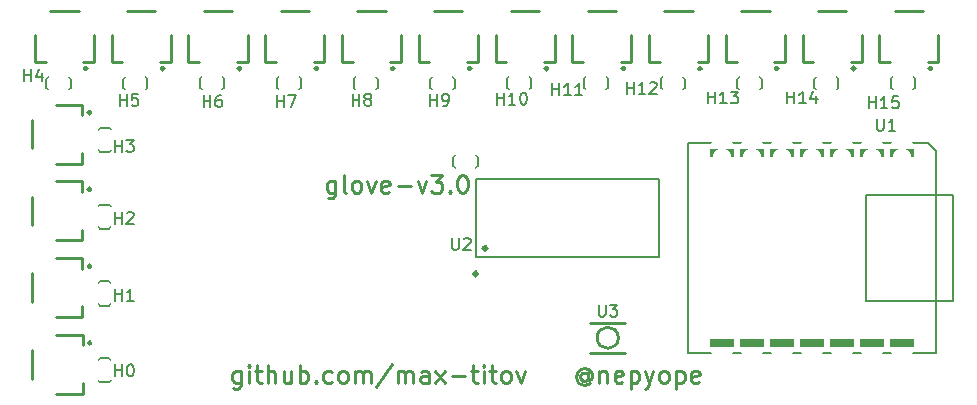
<source format=gbr>
%TF.GenerationSoftware,KiCad,Pcbnew,8.0.1*%
%TF.CreationDate,2025-01-13T07:12:32-05:00*%
%TF.ProjectId,glove-v3,676c6f76-652d-4763-932e-6b696361645f,rev?*%
%TF.SameCoordinates,Original*%
%TF.FileFunction,Legend,Top*%
%TF.FilePolarity,Positive*%
%FSLAX46Y46*%
G04 Gerber Fmt 4.6, Leading zero omitted, Abs format (unit mm)*
G04 Created by KiCad (PCBNEW 8.0.1) date 2025-01-13 07:12:32*
%MOMM*%
%LPD*%
G01*
G04 APERTURE LIST*
G04 Aperture macros list*
%AMRoundRect*
0 Rectangle with rounded corners*
0 $1 Rounding radius*
0 $2 $3 $4 $5 $6 $7 $8 $9 X,Y pos of 4 corners*
0 Add a 4 corners polygon primitive as box body*
4,1,4,$2,$3,$4,$5,$6,$7,$8,$9,$2,$3,0*
0 Add four circle primitives for the rounded corners*
1,1,$1+$1,$2,$3*
1,1,$1+$1,$4,$5*
1,1,$1+$1,$6,$7*
1,1,$1+$1,$8,$9*
0 Add four rect primitives between the rounded corners*
20,1,$1+$1,$2,$3,$4,$5,0*
20,1,$1+$1,$4,$5,$6,$7,0*
20,1,$1+$1,$6,$7,$8,$9,0*
20,1,$1+$1,$8,$9,$2,$3,0*%
G04 Aperture macros list end*
%ADD10C,0.250000*%
%ADD11C,0.150000*%
%ADD12C,0.127000*%
%ADD13C,0.300000*%
%ADD14C,0.000000*%
%ADD15C,3.800000*%
%ADD16RoundRect,1.000000X-0.000010X0.375000X-0.000010X-0.375000X0.000010X-0.375000X0.000010X0.375000X0*%
%ADD17C,1.524000*%
%ADD18R,1.000000X1.800000*%
%ADD19R,0.600000X0.600000*%
%ADD20O,0.570000X2.390000*%
%ADD21R,0.600000X1.550000*%
%ADD22R,1.500000X2.000000*%
%ADD23R,1.550000X0.600000*%
%ADD24R,2.000000X1.500000*%
G04 APERTURE END LIST*
D10*
X149500187Y-56539142D02*
X149428758Y-56467714D01*
X149428758Y-56467714D02*
X149285901Y-56396285D01*
X149285901Y-56396285D02*
X149143044Y-56396285D01*
X149143044Y-56396285D02*
X149000187Y-56467714D01*
X149000187Y-56467714D02*
X148928758Y-56539142D01*
X148928758Y-56539142D02*
X148857330Y-56682000D01*
X148857330Y-56682000D02*
X148857330Y-56824857D01*
X148857330Y-56824857D02*
X148928758Y-56967714D01*
X148928758Y-56967714D02*
X149000187Y-57039142D01*
X149000187Y-57039142D02*
X149143044Y-57110571D01*
X149143044Y-57110571D02*
X149285901Y-57110571D01*
X149285901Y-57110571D02*
X149428758Y-57039142D01*
X149428758Y-57039142D02*
X149500187Y-56967714D01*
X149500187Y-56396285D02*
X149500187Y-56967714D01*
X149500187Y-56967714D02*
X149571615Y-57039142D01*
X149571615Y-57039142D02*
X149643044Y-57039142D01*
X149643044Y-57039142D02*
X149785901Y-56967714D01*
X149785901Y-56967714D02*
X149857330Y-56824857D01*
X149857330Y-56824857D02*
X149857330Y-56467714D01*
X149857330Y-56467714D02*
X149714473Y-56253428D01*
X149714473Y-56253428D02*
X149500187Y-56110571D01*
X149500187Y-56110571D02*
X149214473Y-56039142D01*
X149214473Y-56039142D02*
X148928758Y-56110571D01*
X148928758Y-56110571D02*
X148714473Y-56253428D01*
X148714473Y-56253428D02*
X148571615Y-56467714D01*
X148571615Y-56467714D02*
X148500187Y-56753428D01*
X148500187Y-56753428D02*
X148571615Y-57039142D01*
X148571615Y-57039142D02*
X148714473Y-57253428D01*
X148714473Y-57253428D02*
X148928758Y-57396285D01*
X148928758Y-57396285D02*
X149214473Y-57467714D01*
X149214473Y-57467714D02*
X149500187Y-57396285D01*
X149500187Y-57396285D02*
X149714473Y-57253428D01*
X150500186Y-56253428D02*
X150500186Y-57253428D01*
X150500186Y-56396285D02*
X150571615Y-56324857D01*
X150571615Y-56324857D02*
X150714472Y-56253428D01*
X150714472Y-56253428D02*
X150928758Y-56253428D01*
X150928758Y-56253428D02*
X151071615Y-56324857D01*
X151071615Y-56324857D02*
X151143044Y-56467714D01*
X151143044Y-56467714D02*
X151143044Y-57253428D01*
X152428758Y-57182000D02*
X152285901Y-57253428D01*
X152285901Y-57253428D02*
X152000187Y-57253428D01*
X152000187Y-57253428D02*
X151857329Y-57182000D01*
X151857329Y-57182000D02*
X151785901Y-57039142D01*
X151785901Y-57039142D02*
X151785901Y-56467714D01*
X151785901Y-56467714D02*
X151857329Y-56324857D01*
X151857329Y-56324857D02*
X152000187Y-56253428D01*
X152000187Y-56253428D02*
X152285901Y-56253428D01*
X152285901Y-56253428D02*
X152428758Y-56324857D01*
X152428758Y-56324857D02*
X152500187Y-56467714D01*
X152500187Y-56467714D02*
X152500187Y-56610571D01*
X152500187Y-56610571D02*
X151785901Y-56753428D01*
X153143043Y-56253428D02*
X153143043Y-57753428D01*
X153143043Y-56324857D02*
X153285901Y-56253428D01*
X153285901Y-56253428D02*
X153571615Y-56253428D01*
X153571615Y-56253428D02*
X153714472Y-56324857D01*
X153714472Y-56324857D02*
X153785901Y-56396285D01*
X153785901Y-56396285D02*
X153857329Y-56539142D01*
X153857329Y-56539142D02*
X153857329Y-56967714D01*
X153857329Y-56967714D02*
X153785901Y-57110571D01*
X153785901Y-57110571D02*
X153714472Y-57182000D01*
X153714472Y-57182000D02*
X153571615Y-57253428D01*
X153571615Y-57253428D02*
X153285901Y-57253428D01*
X153285901Y-57253428D02*
X153143043Y-57182000D01*
X154357329Y-56253428D02*
X154714472Y-57253428D01*
X155071615Y-56253428D02*
X154714472Y-57253428D01*
X154714472Y-57253428D02*
X154571615Y-57610571D01*
X154571615Y-57610571D02*
X154500186Y-57682000D01*
X154500186Y-57682000D02*
X154357329Y-57753428D01*
X155857329Y-57253428D02*
X155714472Y-57182000D01*
X155714472Y-57182000D02*
X155643043Y-57110571D01*
X155643043Y-57110571D02*
X155571615Y-56967714D01*
X155571615Y-56967714D02*
X155571615Y-56539142D01*
X155571615Y-56539142D02*
X155643043Y-56396285D01*
X155643043Y-56396285D02*
X155714472Y-56324857D01*
X155714472Y-56324857D02*
X155857329Y-56253428D01*
X155857329Y-56253428D02*
X156071615Y-56253428D01*
X156071615Y-56253428D02*
X156214472Y-56324857D01*
X156214472Y-56324857D02*
X156285901Y-56396285D01*
X156285901Y-56396285D02*
X156357329Y-56539142D01*
X156357329Y-56539142D02*
X156357329Y-56967714D01*
X156357329Y-56967714D02*
X156285901Y-57110571D01*
X156285901Y-57110571D02*
X156214472Y-57182000D01*
X156214472Y-57182000D02*
X156071615Y-57253428D01*
X156071615Y-57253428D02*
X155857329Y-57253428D01*
X157000186Y-56253428D02*
X157000186Y-57753428D01*
X157000186Y-56324857D02*
X157143044Y-56253428D01*
X157143044Y-56253428D02*
X157428758Y-56253428D01*
X157428758Y-56253428D02*
X157571615Y-56324857D01*
X157571615Y-56324857D02*
X157643044Y-56396285D01*
X157643044Y-56396285D02*
X157714472Y-56539142D01*
X157714472Y-56539142D02*
X157714472Y-56967714D01*
X157714472Y-56967714D02*
X157643044Y-57110571D01*
X157643044Y-57110571D02*
X157571615Y-57182000D01*
X157571615Y-57182000D02*
X157428758Y-57253428D01*
X157428758Y-57253428D02*
X157143044Y-57253428D01*
X157143044Y-57253428D02*
X157000186Y-57182000D01*
X158928758Y-57182000D02*
X158785901Y-57253428D01*
X158785901Y-57253428D02*
X158500187Y-57253428D01*
X158500187Y-57253428D02*
X158357329Y-57182000D01*
X158357329Y-57182000D02*
X158285901Y-57039142D01*
X158285901Y-57039142D02*
X158285901Y-56467714D01*
X158285901Y-56467714D02*
X158357329Y-56324857D01*
X158357329Y-56324857D02*
X158500187Y-56253428D01*
X158500187Y-56253428D02*
X158785901Y-56253428D01*
X158785901Y-56253428D02*
X158928758Y-56324857D01*
X158928758Y-56324857D02*
X159000187Y-56467714D01*
X159000187Y-56467714D02*
X159000187Y-56610571D01*
X159000187Y-56610571D02*
X158285901Y-56753428D01*
X120114473Y-56253428D02*
X120114473Y-57467714D01*
X120114473Y-57467714D02*
X120043044Y-57610571D01*
X120043044Y-57610571D02*
X119971615Y-57682000D01*
X119971615Y-57682000D02*
X119828758Y-57753428D01*
X119828758Y-57753428D02*
X119614473Y-57753428D01*
X119614473Y-57753428D02*
X119471615Y-57682000D01*
X120114473Y-57182000D02*
X119971615Y-57253428D01*
X119971615Y-57253428D02*
X119685901Y-57253428D01*
X119685901Y-57253428D02*
X119543044Y-57182000D01*
X119543044Y-57182000D02*
X119471615Y-57110571D01*
X119471615Y-57110571D02*
X119400187Y-56967714D01*
X119400187Y-56967714D02*
X119400187Y-56539142D01*
X119400187Y-56539142D02*
X119471615Y-56396285D01*
X119471615Y-56396285D02*
X119543044Y-56324857D01*
X119543044Y-56324857D02*
X119685901Y-56253428D01*
X119685901Y-56253428D02*
X119971615Y-56253428D01*
X119971615Y-56253428D02*
X120114473Y-56324857D01*
X120828758Y-57253428D02*
X120828758Y-56253428D01*
X120828758Y-55753428D02*
X120757330Y-55824857D01*
X120757330Y-55824857D02*
X120828758Y-55896285D01*
X120828758Y-55896285D02*
X120900187Y-55824857D01*
X120900187Y-55824857D02*
X120828758Y-55753428D01*
X120828758Y-55753428D02*
X120828758Y-55896285D01*
X121328759Y-56253428D02*
X121900187Y-56253428D01*
X121543044Y-55753428D02*
X121543044Y-57039142D01*
X121543044Y-57039142D02*
X121614473Y-57182000D01*
X121614473Y-57182000D02*
X121757330Y-57253428D01*
X121757330Y-57253428D02*
X121900187Y-57253428D01*
X122400187Y-57253428D02*
X122400187Y-55753428D01*
X123043045Y-57253428D02*
X123043045Y-56467714D01*
X123043045Y-56467714D02*
X122971616Y-56324857D01*
X122971616Y-56324857D02*
X122828759Y-56253428D01*
X122828759Y-56253428D02*
X122614473Y-56253428D01*
X122614473Y-56253428D02*
X122471616Y-56324857D01*
X122471616Y-56324857D02*
X122400187Y-56396285D01*
X124400188Y-56253428D02*
X124400188Y-57253428D01*
X123757330Y-56253428D02*
X123757330Y-57039142D01*
X123757330Y-57039142D02*
X123828759Y-57182000D01*
X123828759Y-57182000D02*
X123971616Y-57253428D01*
X123971616Y-57253428D02*
X124185902Y-57253428D01*
X124185902Y-57253428D02*
X124328759Y-57182000D01*
X124328759Y-57182000D02*
X124400188Y-57110571D01*
X125114473Y-57253428D02*
X125114473Y-55753428D01*
X125114473Y-56324857D02*
X125257331Y-56253428D01*
X125257331Y-56253428D02*
X125543045Y-56253428D01*
X125543045Y-56253428D02*
X125685902Y-56324857D01*
X125685902Y-56324857D02*
X125757331Y-56396285D01*
X125757331Y-56396285D02*
X125828759Y-56539142D01*
X125828759Y-56539142D02*
X125828759Y-56967714D01*
X125828759Y-56967714D02*
X125757331Y-57110571D01*
X125757331Y-57110571D02*
X125685902Y-57182000D01*
X125685902Y-57182000D02*
X125543045Y-57253428D01*
X125543045Y-57253428D02*
X125257331Y-57253428D01*
X125257331Y-57253428D02*
X125114473Y-57182000D01*
X126471616Y-57110571D02*
X126543045Y-57182000D01*
X126543045Y-57182000D02*
X126471616Y-57253428D01*
X126471616Y-57253428D02*
X126400188Y-57182000D01*
X126400188Y-57182000D02*
X126471616Y-57110571D01*
X126471616Y-57110571D02*
X126471616Y-57253428D01*
X127828760Y-57182000D02*
X127685902Y-57253428D01*
X127685902Y-57253428D02*
X127400188Y-57253428D01*
X127400188Y-57253428D02*
X127257331Y-57182000D01*
X127257331Y-57182000D02*
X127185902Y-57110571D01*
X127185902Y-57110571D02*
X127114474Y-56967714D01*
X127114474Y-56967714D02*
X127114474Y-56539142D01*
X127114474Y-56539142D02*
X127185902Y-56396285D01*
X127185902Y-56396285D02*
X127257331Y-56324857D01*
X127257331Y-56324857D02*
X127400188Y-56253428D01*
X127400188Y-56253428D02*
X127685902Y-56253428D01*
X127685902Y-56253428D02*
X127828760Y-56324857D01*
X128685902Y-57253428D02*
X128543045Y-57182000D01*
X128543045Y-57182000D02*
X128471616Y-57110571D01*
X128471616Y-57110571D02*
X128400188Y-56967714D01*
X128400188Y-56967714D02*
X128400188Y-56539142D01*
X128400188Y-56539142D02*
X128471616Y-56396285D01*
X128471616Y-56396285D02*
X128543045Y-56324857D01*
X128543045Y-56324857D02*
X128685902Y-56253428D01*
X128685902Y-56253428D02*
X128900188Y-56253428D01*
X128900188Y-56253428D02*
X129043045Y-56324857D01*
X129043045Y-56324857D02*
X129114474Y-56396285D01*
X129114474Y-56396285D02*
X129185902Y-56539142D01*
X129185902Y-56539142D02*
X129185902Y-56967714D01*
X129185902Y-56967714D02*
X129114474Y-57110571D01*
X129114474Y-57110571D02*
X129043045Y-57182000D01*
X129043045Y-57182000D02*
X128900188Y-57253428D01*
X128900188Y-57253428D02*
X128685902Y-57253428D01*
X129828759Y-57253428D02*
X129828759Y-56253428D01*
X129828759Y-56396285D02*
X129900188Y-56324857D01*
X129900188Y-56324857D02*
X130043045Y-56253428D01*
X130043045Y-56253428D02*
X130257331Y-56253428D01*
X130257331Y-56253428D02*
X130400188Y-56324857D01*
X130400188Y-56324857D02*
X130471617Y-56467714D01*
X130471617Y-56467714D02*
X130471617Y-57253428D01*
X130471617Y-56467714D02*
X130543045Y-56324857D01*
X130543045Y-56324857D02*
X130685902Y-56253428D01*
X130685902Y-56253428D02*
X130900188Y-56253428D01*
X130900188Y-56253428D02*
X131043045Y-56324857D01*
X131043045Y-56324857D02*
X131114474Y-56467714D01*
X131114474Y-56467714D02*
X131114474Y-57253428D01*
X132900188Y-55682000D02*
X131614474Y-57610571D01*
X133400188Y-57253428D02*
X133400188Y-56253428D01*
X133400188Y-56396285D02*
X133471617Y-56324857D01*
X133471617Y-56324857D02*
X133614474Y-56253428D01*
X133614474Y-56253428D02*
X133828760Y-56253428D01*
X133828760Y-56253428D02*
X133971617Y-56324857D01*
X133971617Y-56324857D02*
X134043046Y-56467714D01*
X134043046Y-56467714D02*
X134043046Y-57253428D01*
X134043046Y-56467714D02*
X134114474Y-56324857D01*
X134114474Y-56324857D02*
X134257331Y-56253428D01*
X134257331Y-56253428D02*
X134471617Y-56253428D01*
X134471617Y-56253428D02*
X134614474Y-56324857D01*
X134614474Y-56324857D02*
X134685903Y-56467714D01*
X134685903Y-56467714D02*
X134685903Y-57253428D01*
X136043046Y-57253428D02*
X136043046Y-56467714D01*
X136043046Y-56467714D02*
X135971617Y-56324857D01*
X135971617Y-56324857D02*
X135828760Y-56253428D01*
X135828760Y-56253428D02*
X135543046Y-56253428D01*
X135543046Y-56253428D02*
X135400188Y-56324857D01*
X136043046Y-57182000D02*
X135900188Y-57253428D01*
X135900188Y-57253428D02*
X135543046Y-57253428D01*
X135543046Y-57253428D02*
X135400188Y-57182000D01*
X135400188Y-57182000D02*
X135328760Y-57039142D01*
X135328760Y-57039142D02*
X135328760Y-56896285D01*
X135328760Y-56896285D02*
X135400188Y-56753428D01*
X135400188Y-56753428D02*
X135543046Y-56682000D01*
X135543046Y-56682000D02*
X135900188Y-56682000D01*
X135900188Y-56682000D02*
X136043046Y-56610571D01*
X136614474Y-57253428D02*
X137400189Y-56253428D01*
X136614474Y-56253428D02*
X137400189Y-57253428D01*
X137971617Y-56682000D02*
X139114475Y-56682000D01*
X139614475Y-56253428D02*
X140185903Y-56253428D01*
X139828760Y-55753428D02*
X139828760Y-57039142D01*
X139828760Y-57039142D02*
X139900189Y-57182000D01*
X139900189Y-57182000D02*
X140043046Y-57253428D01*
X140043046Y-57253428D02*
X140185903Y-57253428D01*
X140685903Y-57253428D02*
X140685903Y-56253428D01*
X140685903Y-55753428D02*
X140614475Y-55824857D01*
X140614475Y-55824857D02*
X140685903Y-55896285D01*
X140685903Y-55896285D02*
X140757332Y-55824857D01*
X140757332Y-55824857D02*
X140685903Y-55753428D01*
X140685903Y-55753428D02*
X140685903Y-55896285D01*
X141185904Y-56253428D02*
X141757332Y-56253428D01*
X141400189Y-55753428D02*
X141400189Y-57039142D01*
X141400189Y-57039142D02*
X141471618Y-57182000D01*
X141471618Y-57182000D02*
X141614475Y-57253428D01*
X141614475Y-57253428D02*
X141757332Y-57253428D01*
X142471618Y-57253428D02*
X142328761Y-57182000D01*
X142328761Y-57182000D02*
X142257332Y-57110571D01*
X142257332Y-57110571D02*
X142185904Y-56967714D01*
X142185904Y-56967714D02*
X142185904Y-56539142D01*
X142185904Y-56539142D02*
X142257332Y-56396285D01*
X142257332Y-56396285D02*
X142328761Y-56324857D01*
X142328761Y-56324857D02*
X142471618Y-56253428D01*
X142471618Y-56253428D02*
X142685904Y-56253428D01*
X142685904Y-56253428D02*
X142828761Y-56324857D01*
X142828761Y-56324857D02*
X142900190Y-56396285D01*
X142900190Y-56396285D02*
X142971618Y-56539142D01*
X142971618Y-56539142D02*
X142971618Y-56967714D01*
X142971618Y-56967714D02*
X142900190Y-57110571D01*
X142900190Y-57110571D02*
X142828761Y-57182000D01*
X142828761Y-57182000D02*
X142685904Y-57253428D01*
X142685904Y-57253428D02*
X142471618Y-57253428D01*
X143471618Y-56253428D02*
X143828761Y-57253428D01*
X143828761Y-57253428D02*
X144185904Y-56253428D01*
X128114473Y-40153428D02*
X128114473Y-41367714D01*
X128114473Y-41367714D02*
X128043044Y-41510571D01*
X128043044Y-41510571D02*
X127971615Y-41582000D01*
X127971615Y-41582000D02*
X127828758Y-41653428D01*
X127828758Y-41653428D02*
X127614473Y-41653428D01*
X127614473Y-41653428D02*
X127471615Y-41582000D01*
X128114473Y-41082000D02*
X127971615Y-41153428D01*
X127971615Y-41153428D02*
X127685901Y-41153428D01*
X127685901Y-41153428D02*
X127543044Y-41082000D01*
X127543044Y-41082000D02*
X127471615Y-41010571D01*
X127471615Y-41010571D02*
X127400187Y-40867714D01*
X127400187Y-40867714D02*
X127400187Y-40439142D01*
X127400187Y-40439142D02*
X127471615Y-40296285D01*
X127471615Y-40296285D02*
X127543044Y-40224857D01*
X127543044Y-40224857D02*
X127685901Y-40153428D01*
X127685901Y-40153428D02*
X127971615Y-40153428D01*
X127971615Y-40153428D02*
X128114473Y-40224857D01*
X129043044Y-41153428D02*
X128900187Y-41082000D01*
X128900187Y-41082000D02*
X128828758Y-40939142D01*
X128828758Y-40939142D02*
X128828758Y-39653428D01*
X129828758Y-41153428D02*
X129685901Y-41082000D01*
X129685901Y-41082000D02*
X129614472Y-41010571D01*
X129614472Y-41010571D02*
X129543044Y-40867714D01*
X129543044Y-40867714D02*
X129543044Y-40439142D01*
X129543044Y-40439142D02*
X129614472Y-40296285D01*
X129614472Y-40296285D02*
X129685901Y-40224857D01*
X129685901Y-40224857D02*
X129828758Y-40153428D01*
X129828758Y-40153428D02*
X130043044Y-40153428D01*
X130043044Y-40153428D02*
X130185901Y-40224857D01*
X130185901Y-40224857D02*
X130257330Y-40296285D01*
X130257330Y-40296285D02*
X130328758Y-40439142D01*
X130328758Y-40439142D02*
X130328758Y-40867714D01*
X130328758Y-40867714D02*
X130257330Y-41010571D01*
X130257330Y-41010571D02*
X130185901Y-41082000D01*
X130185901Y-41082000D02*
X130043044Y-41153428D01*
X130043044Y-41153428D02*
X129828758Y-41153428D01*
X130828758Y-40153428D02*
X131185901Y-41153428D01*
X131185901Y-41153428D02*
X131543044Y-40153428D01*
X132685901Y-41082000D02*
X132543044Y-41153428D01*
X132543044Y-41153428D02*
X132257330Y-41153428D01*
X132257330Y-41153428D02*
X132114472Y-41082000D01*
X132114472Y-41082000D02*
X132043044Y-40939142D01*
X132043044Y-40939142D02*
X132043044Y-40367714D01*
X132043044Y-40367714D02*
X132114472Y-40224857D01*
X132114472Y-40224857D02*
X132257330Y-40153428D01*
X132257330Y-40153428D02*
X132543044Y-40153428D01*
X132543044Y-40153428D02*
X132685901Y-40224857D01*
X132685901Y-40224857D02*
X132757330Y-40367714D01*
X132757330Y-40367714D02*
X132757330Y-40510571D01*
X132757330Y-40510571D02*
X132043044Y-40653428D01*
X133400186Y-40582000D02*
X134543044Y-40582000D01*
X135114472Y-40153428D02*
X135471615Y-41153428D01*
X135471615Y-41153428D02*
X135828758Y-40153428D01*
X136257329Y-39653428D02*
X137185901Y-39653428D01*
X137185901Y-39653428D02*
X136685901Y-40224857D01*
X136685901Y-40224857D02*
X136900186Y-40224857D01*
X136900186Y-40224857D02*
X137043044Y-40296285D01*
X137043044Y-40296285D02*
X137114472Y-40367714D01*
X137114472Y-40367714D02*
X137185901Y-40510571D01*
X137185901Y-40510571D02*
X137185901Y-40867714D01*
X137185901Y-40867714D02*
X137114472Y-41010571D01*
X137114472Y-41010571D02*
X137043044Y-41082000D01*
X137043044Y-41082000D02*
X136900186Y-41153428D01*
X136900186Y-41153428D02*
X136471615Y-41153428D01*
X136471615Y-41153428D02*
X136328758Y-41082000D01*
X136328758Y-41082000D02*
X136257329Y-41010571D01*
X137828757Y-41010571D02*
X137900186Y-41082000D01*
X137900186Y-41082000D02*
X137828757Y-41153428D01*
X137828757Y-41153428D02*
X137757329Y-41082000D01*
X137757329Y-41082000D02*
X137828757Y-41010571D01*
X137828757Y-41010571D02*
X137828757Y-41153428D01*
X138828758Y-39653428D02*
X138971615Y-39653428D01*
X138971615Y-39653428D02*
X139114472Y-39724857D01*
X139114472Y-39724857D02*
X139185901Y-39796285D01*
X139185901Y-39796285D02*
X139257329Y-39939142D01*
X139257329Y-39939142D02*
X139328758Y-40224857D01*
X139328758Y-40224857D02*
X139328758Y-40582000D01*
X139328758Y-40582000D02*
X139257329Y-40867714D01*
X139257329Y-40867714D02*
X139185901Y-41010571D01*
X139185901Y-41010571D02*
X139114472Y-41082000D01*
X139114472Y-41082000D02*
X138971615Y-41153428D01*
X138971615Y-41153428D02*
X138828758Y-41153428D01*
X138828758Y-41153428D02*
X138685901Y-41082000D01*
X138685901Y-41082000D02*
X138614472Y-41010571D01*
X138614472Y-41010571D02*
X138543043Y-40867714D01*
X138543043Y-40867714D02*
X138471615Y-40582000D01*
X138471615Y-40582000D02*
X138471615Y-40224857D01*
X138471615Y-40224857D02*
X138543043Y-39939142D01*
X138543043Y-39939142D02*
X138614472Y-39796285D01*
X138614472Y-39796285D02*
X138685901Y-39724857D01*
X138685901Y-39724857D02*
X138828758Y-39653428D01*
D11*
X173988095Y-34904819D02*
X173988095Y-35714342D01*
X173988095Y-35714342D02*
X174035714Y-35809580D01*
X174035714Y-35809580D02*
X174083333Y-35857200D01*
X174083333Y-35857200D02*
X174178571Y-35904819D01*
X174178571Y-35904819D02*
X174369047Y-35904819D01*
X174369047Y-35904819D02*
X174464285Y-35857200D01*
X174464285Y-35857200D02*
X174511904Y-35809580D01*
X174511904Y-35809580D02*
X174559523Y-35714342D01*
X174559523Y-35714342D02*
X174559523Y-34904819D01*
X175559523Y-35904819D02*
X174988095Y-35904819D01*
X175273809Y-35904819D02*
X175273809Y-34904819D01*
X175273809Y-34904819D02*
X175178571Y-35047676D01*
X175178571Y-35047676D02*
X175083333Y-35142914D01*
X175083333Y-35142914D02*
X174988095Y-35190533D01*
X150438095Y-50654819D02*
X150438095Y-51464342D01*
X150438095Y-51464342D02*
X150485714Y-51559580D01*
X150485714Y-51559580D02*
X150533333Y-51607200D01*
X150533333Y-51607200D02*
X150628571Y-51654819D01*
X150628571Y-51654819D02*
X150819047Y-51654819D01*
X150819047Y-51654819D02*
X150914285Y-51607200D01*
X150914285Y-51607200D02*
X150961904Y-51559580D01*
X150961904Y-51559580D02*
X151009523Y-51464342D01*
X151009523Y-51464342D02*
X151009523Y-50654819D01*
X151390476Y-50654819D02*
X152009523Y-50654819D01*
X152009523Y-50654819D02*
X151676190Y-51035771D01*
X151676190Y-51035771D02*
X151819047Y-51035771D01*
X151819047Y-51035771D02*
X151914285Y-51083390D01*
X151914285Y-51083390D02*
X151961904Y-51131009D01*
X151961904Y-51131009D02*
X152009523Y-51226247D01*
X152009523Y-51226247D02*
X152009523Y-51464342D01*
X152009523Y-51464342D02*
X151961904Y-51559580D01*
X151961904Y-51559580D02*
X151914285Y-51607200D01*
X151914285Y-51607200D02*
X151819047Y-51654819D01*
X151819047Y-51654819D02*
X151533333Y-51654819D01*
X151533333Y-51654819D02*
X151438095Y-51607200D01*
X151438095Y-51607200D02*
X151390476Y-51559580D01*
X138008095Y-45014819D02*
X138008095Y-45824342D01*
X138008095Y-45824342D02*
X138055714Y-45919580D01*
X138055714Y-45919580D02*
X138103333Y-45967200D01*
X138103333Y-45967200D02*
X138198571Y-46014819D01*
X138198571Y-46014819D02*
X138389047Y-46014819D01*
X138389047Y-46014819D02*
X138484285Y-45967200D01*
X138484285Y-45967200D02*
X138531904Y-45919580D01*
X138531904Y-45919580D02*
X138579523Y-45824342D01*
X138579523Y-45824342D02*
X138579523Y-45014819D01*
X139008095Y-45110057D02*
X139055714Y-45062438D01*
X139055714Y-45062438D02*
X139150952Y-45014819D01*
X139150952Y-45014819D02*
X139389047Y-45014819D01*
X139389047Y-45014819D02*
X139484285Y-45062438D01*
X139484285Y-45062438D02*
X139531904Y-45110057D01*
X139531904Y-45110057D02*
X139579523Y-45205295D01*
X139579523Y-45205295D02*
X139579523Y-45300533D01*
X139579523Y-45300533D02*
X139531904Y-45443390D01*
X139531904Y-45443390D02*
X138960476Y-46014819D01*
X138960476Y-46014819D02*
X139579523Y-46014819D01*
X159711905Y-33604819D02*
X159711905Y-32604819D01*
X159711905Y-33081009D02*
X160283333Y-33081009D01*
X160283333Y-33604819D02*
X160283333Y-32604819D01*
X161283333Y-33604819D02*
X160711905Y-33604819D01*
X160997619Y-33604819D02*
X160997619Y-32604819D01*
X160997619Y-32604819D02*
X160902381Y-32747676D01*
X160902381Y-32747676D02*
X160807143Y-32842914D01*
X160807143Y-32842914D02*
X160711905Y-32890533D01*
X161616667Y-32604819D02*
X162235714Y-32604819D01*
X162235714Y-32604819D02*
X161902381Y-32985771D01*
X161902381Y-32985771D02*
X162045238Y-32985771D01*
X162045238Y-32985771D02*
X162140476Y-33033390D01*
X162140476Y-33033390D02*
X162188095Y-33081009D01*
X162188095Y-33081009D02*
X162235714Y-33176247D01*
X162235714Y-33176247D02*
X162235714Y-33414342D01*
X162235714Y-33414342D02*
X162188095Y-33509580D01*
X162188095Y-33509580D02*
X162140476Y-33557200D01*
X162140476Y-33557200D02*
X162045238Y-33604819D01*
X162045238Y-33604819D02*
X161759524Y-33604819D01*
X161759524Y-33604819D02*
X161664286Y-33557200D01*
X161664286Y-33557200D02*
X161616667Y-33509580D01*
X136188095Y-33804819D02*
X136188095Y-32804819D01*
X136188095Y-33281009D02*
X136759523Y-33281009D01*
X136759523Y-33804819D02*
X136759523Y-32804819D01*
X137283333Y-33804819D02*
X137473809Y-33804819D01*
X137473809Y-33804819D02*
X137569047Y-33757200D01*
X137569047Y-33757200D02*
X137616666Y-33709580D01*
X137616666Y-33709580D02*
X137711904Y-33566723D01*
X137711904Y-33566723D02*
X137759523Y-33376247D01*
X137759523Y-33376247D02*
X137759523Y-32995295D01*
X137759523Y-32995295D02*
X137711904Y-32900057D01*
X137711904Y-32900057D02*
X137664285Y-32852438D01*
X137664285Y-32852438D02*
X137569047Y-32804819D01*
X137569047Y-32804819D02*
X137378571Y-32804819D01*
X137378571Y-32804819D02*
X137283333Y-32852438D01*
X137283333Y-32852438D02*
X137235714Y-32900057D01*
X137235714Y-32900057D02*
X137188095Y-32995295D01*
X137188095Y-32995295D02*
X137188095Y-33233390D01*
X137188095Y-33233390D02*
X137235714Y-33328628D01*
X137235714Y-33328628D02*
X137283333Y-33376247D01*
X137283333Y-33376247D02*
X137378571Y-33423866D01*
X137378571Y-33423866D02*
X137569047Y-33423866D01*
X137569047Y-33423866D02*
X137664285Y-33376247D01*
X137664285Y-33376247D02*
X137711904Y-33328628D01*
X137711904Y-33328628D02*
X137759523Y-33233390D01*
X166411905Y-33604819D02*
X166411905Y-32604819D01*
X166411905Y-33081009D02*
X166983333Y-33081009D01*
X166983333Y-33604819D02*
X166983333Y-32604819D01*
X167983333Y-33604819D02*
X167411905Y-33604819D01*
X167697619Y-33604819D02*
X167697619Y-32604819D01*
X167697619Y-32604819D02*
X167602381Y-32747676D01*
X167602381Y-32747676D02*
X167507143Y-32842914D01*
X167507143Y-32842914D02*
X167411905Y-32890533D01*
X168840476Y-32938152D02*
X168840476Y-33604819D01*
X168602381Y-32557200D02*
X168364286Y-33271485D01*
X168364286Y-33271485D02*
X168983333Y-33271485D01*
X109488095Y-43804819D02*
X109488095Y-42804819D01*
X109488095Y-43281009D02*
X110059523Y-43281009D01*
X110059523Y-43804819D02*
X110059523Y-42804819D01*
X110488095Y-42900057D02*
X110535714Y-42852438D01*
X110535714Y-42852438D02*
X110630952Y-42804819D01*
X110630952Y-42804819D02*
X110869047Y-42804819D01*
X110869047Y-42804819D02*
X110964285Y-42852438D01*
X110964285Y-42852438D02*
X111011904Y-42900057D01*
X111011904Y-42900057D02*
X111059523Y-42995295D01*
X111059523Y-42995295D02*
X111059523Y-43090533D01*
X111059523Y-43090533D02*
X111011904Y-43233390D01*
X111011904Y-43233390D02*
X110440476Y-43804819D01*
X110440476Y-43804819D02*
X111059523Y-43804819D01*
X109488095Y-37704819D02*
X109488095Y-36704819D01*
X109488095Y-37181009D02*
X110059523Y-37181009D01*
X110059523Y-37704819D02*
X110059523Y-36704819D01*
X110440476Y-36704819D02*
X111059523Y-36704819D01*
X111059523Y-36704819D02*
X110726190Y-37085771D01*
X110726190Y-37085771D02*
X110869047Y-37085771D01*
X110869047Y-37085771D02*
X110964285Y-37133390D01*
X110964285Y-37133390D02*
X111011904Y-37181009D01*
X111011904Y-37181009D02*
X111059523Y-37276247D01*
X111059523Y-37276247D02*
X111059523Y-37514342D01*
X111059523Y-37514342D02*
X111011904Y-37609580D01*
X111011904Y-37609580D02*
X110964285Y-37657200D01*
X110964285Y-37657200D02*
X110869047Y-37704819D01*
X110869047Y-37704819D02*
X110583333Y-37704819D01*
X110583333Y-37704819D02*
X110488095Y-37657200D01*
X110488095Y-37657200D02*
X110440476Y-37609580D01*
X141811905Y-33704819D02*
X141811905Y-32704819D01*
X141811905Y-33181009D02*
X142383333Y-33181009D01*
X142383333Y-33704819D02*
X142383333Y-32704819D01*
X143383333Y-33704819D02*
X142811905Y-33704819D01*
X143097619Y-33704819D02*
X143097619Y-32704819D01*
X143097619Y-32704819D02*
X143002381Y-32847676D01*
X143002381Y-32847676D02*
X142907143Y-32942914D01*
X142907143Y-32942914D02*
X142811905Y-32990533D01*
X144002381Y-32704819D02*
X144097619Y-32704819D01*
X144097619Y-32704819D02*
X144192857Y-32752438D01*
X144192857Y-32752438D02*
X144240476Y-32800057D01*
X144240476Y-32800057D02*
X144288095Y-32895295D01*
X144288095Y-32895295D02*
X144335714Y-33085771D01*
X144335714Y-33085771D02*
X144335714Y-33323866D01*
X144335714Y-33323866D02*
X144288095Y-33514342D01*
X144288095Y-33514342D02*
X144240476Y-33609580D01*
X144240476Y-33609580D02*
X144192857Y-33657200D01*
X144192857Y-33657200D02*
X144097619Y-33704819D01*
X144097619Y-33704819D02*
X144002381Y-33704819D01*
X144002381Y-33704819D02*
X143907143Y-33657200D01*
X143907143Y-33657200D02*
X143859524Y-33609580D01*
X143859524Y-33609580D02*
X143811905Y-33514342D01*
X143811905Y-33514342D02*
X143764286Y-33323866D01*
X143764286Y-33323866D02*
X143764286Y-33085771D01*
X143764286Y-33085771D02*
X143811905Y-32895295D01*
X143811905Y-32895295D02*
X143859524Y-32800057D01*
X143859524Y-32800057D02*
X143907143Y-32752438D01*
X143907143Y-32752438D02*
X144002381Y-32704819D01*
X152811905Y-32804819D02*
X152811905Y-31804819D01*
X152811905Y-32281009D02*
X153383333Y-32281009D01*
X153383333Y-32804819D02*
X153383333Y-31804819D01*
X154383333Y-32804819D02*
X153811905Y-32804819D01*
X154097619Y-32804819D02*
X154097619Y-31804819D01*
X154097619Y-31804819D02*
X154002381Y-31947676D01*
X154002381Y-31947676D02*
X153907143Y-32042914D01*
X153907143Y-32042914D02*
X153811905Y-32090533D01*
X154764286Y-31900057D02*
X154811905Y-31852438D01*
X154811905Y-31852438D02*
X154907143Y-31804819D01*
X154907143Y-31804819D02*
X155145238Y-31804819D01*
X155145238Y-31804819D02*
X155240476Y-31852438D01*
X155240476Y-31852438D02*
X155288095Y-31900057D01*
X155288095Y-31900057D02*
X155335714Y-31995295D01*
X155335714Y-31995295D02*
X155335714Y-32090533D01*
X155335714Y-32090533D02*
X155288095Y-32233390D01*
X155288095Y-32233390D02*
X154716667Y-32804819D01*
X154716667Y-32804819D02*
X155335714Y-32804819D01*
X109488095Y-50304819D02*
X109488095Y-49304819D01*
X109488095Y-49781009D02*
X110059523Y-49781009D01*
X110059523Y-50304819D02*
X110059523Y-49304819D01*
X111059523Y-50304819D02*
X110488095Y-50304819D01*
X110773809Y-50304819D02*
X110773809Y-49304819D01*
X110773809Y-49304819D02*
X110678571Y-49447676D01*
X110678571Y-49447676D02*
X110583333Y-49542914D01*
X110583333Y-49542914D02*
X110488095Y-49590533D01*
X146511905Y-32904819D02*
X146511905Y-31904819D01*
X146511905Y-32381009D02*
X147083333Y-32381009D01*
X147083333Y-32904819D02*
X147083333Y-31904819D01*
X148083333Y-32904819D02*
X147511905Y-32904819D01*
X147797619Y-32904819D02*
X147797619Y-31904819D01*
X147797619Y-31904819D02*
X147702381Y-32047676D01*
X147702381Y-32047676D02*
X147607143Y-32142914D01*
X147607143Y-32142914D02*
X147511905Y-32190533D01*
X149035714Y-32904819D02*
X148464286Y-32904819D01*
X148750000Y-32904819D02*
X148750000Y-31904819D01*
X148750000Y-31904819D02*
X148654762Y-32047676D01*
X148654762Y-32047676D02*
X148559524Y-32142914D01*
X148559524Y-32142914D02*
X148464286Y-32190533D01*
X116988095Y-33904819D02*
X116988095Y-32904819D01*
X116988095Y-33381009D02*
X117559523Y-33381009D01*
X117559523Y-33904819D02*
X117559523Y-32904819D01*
X118464285Y-32904819D02*
X118273809Y-32904819D01*
X118273809Y-32904819D02*
X118178571Y-32952438D01*
X118178571Y-32952438D02*
X118130952Y-33000057D01*
X118130952Y-33000057D02*
X118035714Y-33142914D01*
X118035714Y-33142914D02*
X117988095Y-33333390D01*
X117988095Y-33333390D02*
X117988095Y-33714342D01*
X117988095Y-33714342D02*
X118035714Y-33809580D01*
X118035714Y-33809580D02*
X118083333Y-33857200D01*
X118083333Y-33857200D02*
X118178571Y-33904819D01*
X118178571Y-33904819D02*
X118369047Y-33904819D01*
X118369047Y-33904819D02*
X118464285Y-33857200D01*
X118464285Y-33857200D02*
X118511904Y-33809580D01*
X118511904Y-33809580D02*
X118559523Y-33714342D01*
X118559523Y-33714342D02*
X118559523Y-33476247D01*
X118559523Y-33476247D02*
X118511904Y-33381009D01*
X118511904Y-33381009D02*
X118464285Y-33333390D01*
X118464285Y-33333390D02*
X118369047Y-33285771D01*
X118369047Y-33285771D02*
X118178571Y-33285771D01*
X118178571Y-33285771D02*
X118083333Y-33333390D01*
X118083333Y-33333390D02*
X118035714Y-33381009D01*
X118035714Y-33381009D02*
X117988095Y-33476247D01*
X123188095Y-33904819D02*
X123188095Y-32904819D01*
X123188095Y-33381009D02*
X123759523Y-33381009D01*
X123759523Y-33904819D02*
X123759523Y-32904819D01*
X124140476Y-32904819D02*
X124807142Y-32904819D01*
X124807142Y-32904819D02*
X124378571Y-33904819D01*
X109888095Y-33804819D02*
X109888095Y-32804819D01*
X109888095Y-33281009D02*
X110459523Y-33281009D01*
X110459523Y-33804819D02*
X110459523Y-32804819D01*
X111411904Y-32804819D02*
X110935714Y-32804819D01*
X110935714Y-32804819D02*
X110888095Y-33281009D01*
X110888095Y-33281009D02*
X110935714Y-33233390D01*
X110935714Y-33233390D02*
X111030952Y-33185771D01*
X111030952Y-33185771D02*
X111269047Y-33185771D01*
X111269047Y-33185771D02*
X111364285Y-33233390D01*
X111364285Y-33233390D02*
X111411904Y-33281009D01*
X111411904Y-33281009D02*
X111459523Y-33376247D01*
X111459523Y-33376247D02*
X111459523Y-33614342D01*
X111459523Y-33614342D02*
X111411904Y-33709580D01*
X111411904Y-33709580D02*
X111364285Y-33757200D01*
X111364285Y-33757200D02*
X111269047Y-33804819D01*
X111269047Y-33804819D02*
X111030952Y-33804819D01*
X111030952Y-33804819D02*
X110935714Y-33757200D01*
X110935714Y-33757200D02*
X110888095Y-33709580D01*
X101788095Y-31704819D02*
X101788095Y-30704819D01*
X101788095Y-31181009D02*
X102359523Y-31181009D01*
X102359523Y-31704819D02*
X102359523Y-30704819D01*
X103264285Y-31038152D02*
X103264285Y-31704819D01*
X103026190Y-30657200D02*
X102788095Y-31371485D01*
X102788095Y-31371485D02*
X103407142Y-31371485D01*
X109488095Y-56704819D02*
X109488095Y-55704819D01*
X109488095Y-56181009D02*
X110059523Y-56181009D01*
X110059523Y-56704819D02*
X110059523Y-55704819D01*
X110726190Y-55704819D02*
X110821428Y-55704819D01*
X110821428Y-55704819D02*
X110916666Y-55752438D01*
X110916666Y-55752438D02*
X110964285Y-55800057D01*
X110964285Y-55800057D02*
X111011904Y-55895295D01*
X111011904Y-55895295D02*
X111059523Y-56085771D01*
X111059523Y-56085771D02*
X111059523Y-56323866D01*
X111059523Y-56323866D02*
X111011904Y-56514342D01*
X111011904Y-56514342D02*
X110964285Y-56609580D01*
X110964285Y-56609580D02*
X110916666Y-56657200D01*
X110916666Y-56657200D02*
X110821428Y-56704819D01*
X110821428Y-56704819D02*
X110726190Y-56704819D01*
X110726190Y-56704819D02*
X110630952Y-56657200D01*
X110630952Y-56657200D02*
X110583333Y-56609580D01*
X110583333Y-56609580D02*
X110535714Y-56514342D01*
X110535714Y-56514342D02*
X110488095Y-56323866D01*
X110488095Y-56323866D02*
X110488095Y-56085771D01*
X110488095Y-56085771D02*
X110535714Y-55895295D01*
X110535714Y-55895295D02*
X110583333Y-55800057D01*
X110583333Y-55800057D02*
X110630952Y-55752438D01*
X110630952Y-55752438D02*
X110726190Y-55704819D01*
X129588095Y-33804819D02*
X129588095Y-32804819D01*
X129588095Y-33281009D02*
X130159523Y-33281009D01*
X130159523Y-33804819D02*
X130159523Y-32804819D01*
X130778571Y-33233390D02*
X130683333Y-33185771D01*
X130683333Y-33185771D02*
X130635714Y-33138152D01*
X130635714Y-33138152D02*
X130588095Y-33042914D01*
X130588095Y-33042914D02*
X130588095Y-32995295D01*
X130588095Y-32995295D02*
X130635714Y-32900057D01*
X130635714Y-32900057D02*
X130683333Y-32852438D01*
X130683333Y-32852438D02*
X130778571Y-32804819D01*
X130778571Y-32804819D02*
X130969047Y-32804819D01*
X130969047Y-32804819D02*
X131064285Y-32852438D01*
X131064285Y-32852438D02*
X131111904Y-32900057D01*
X131111904Y-32900057D02*
X131159523Y-32995295D01*
X131159523Y-32995295D02*
X131159523Y-33042914D01*
X131159523Y-33042914D02*
X131111904Y-33138152D01*
X131111904Y-33138152D02*
X131064285Y-33185771D01*
X131064285Y-33185771D02*
X130969047Y-33233390D01*
X130969047Y-33233390D02*
X130778571Y-33233390D01*
X130778571Y-33233390D02*
X130683333Y-33281009D01*
X130683333Y-33281009D02*
X130635714Y-33328628D01*
X130635714Y-33328628D02*
X130588095Y-33423866D01*
X130588095Y-33423866D02*
X130588095Y-33614342D01*
X130588095Y-33614342D02*
X130635714Y-33709580D01*
X130635714Y-33709580D02*
X130683333Y-33757200D01*
X130683333Y-33757200D02*
X130778571Y-33804819D01*
X130778571Y-33804819D02*
X130969047Y-33804819D01*
X130969047Y-33804819D02*
X131064285Y-33757200D01*
X131064285Y-33757200D02*
X131111904Y-33709580D01*
X131111904Y-33709580D02*
X131159523Y-33614342D01*
X131159523Y-33614342D02*
X131159523Y-33423866D01*
X131159523Y-33423866D02*
X131111904Y-33328628D01*
X131111904Y-33328628D02*
X131064285Y-33281009D01*
X131064285Y-33281009D02*
X130969047Y-33233390D01*
X173311905Y-34004819D02*
X173311905Y-33004819D01*
X173311905Y-33481009D02*
X173883333Y-33481009D01*
X173883333Y-34004819D02*
X173883333Y-33004819D01*
X174883333Y-34004819D02*
X174311905Y-34004819D01*
X174597619Y-34004819D02*
X174597619Y-33004819D01*
X174597619Y-33004819D02*
X174502381Y-33147676D01*
X174502381Y-33147676D02*
X174407143Y-33242914D01*
X174407143Y-33242914D02*
X174311905Y-33290533D01*
X175788095Y-33004819D02*
X175311905Y-33004819D01*
X175311905Y-33004819D02*
X175264286Y-33481009D01*
X175264286Y-33481009D02*
X175311905Y-33433390D01*
X175311905Y-33433390D02*
X175407143Y-33385771D01*
X175407143Y-33385771D02*
X175645238Y-33385771D01*
X175645238Y-33385771D02*
X175740476Y-33433390D01*
X175740476Y-33433390D02*
X175788095Y-33481009D01*
X175788095Y-33481009D02*
X175835714Y-33576247D01*
X175835714Y-33576247D02*
X175835714Y-33814342D01*
X175835714Y-33814342D02*
X175788095Y-33909580D01*
X175788095Y-33909580D02*
X175740476Y-33957200D01*
X175740476Y-33957200D02*
X175645238Y-34004819D01*
X175645238Y-34004819D02*
X175407143Y-34004819D01*
X175407143Y-34004819D02*
X175311905Y-33957200D01*
X175311905Y-33957200D02*
X175264286Y-33909580D01*
D12*
%TO.C,U1*%
X178342900Y-36930800D02*
X158014400Y-36930800D01*
X158014400Y-36930800D02*
X158014400Y-54730800D01*
X179014400Y-37602341D02*
X178342900Y-36930800D01*
X173086400Y-41326800D02*
X180439400Y-41326800D01*
X180438400Y-41330800D02*
X180438400Y-50325800D01*
X180438400Y-50325800D02*
X173086400Y-50325800D01*
X173086400Y-50325800D02*
X173086400Y-41326800D01*
X179014400Y-54730800D02*
X179014400Y-37602341D01*
X158014400Y-54730800D02*
X179014400Y-54730800D01*
D10*
%TO.C,U3*%
X152700000Y-54700000D02*
X149700000Y-54700000D01*
X149700000Y-52200000D02*
X152700000Y-52200000D01*
X152100000Y-53450000D02*
G75*
G02*
X150300000Y-53450000I-900000J0D01*
G01*
X150300000Y-53450000D02*
G75*
G02*
X152100000Y-53450000I900000J0D01*
G01*
D11*
%TO.C,C16*%
X140175000Y-38925000D02*
X140175000Y-38181066D01*
X138125000Y-38910000D02*
X138125000Y-38181066D01*
X140175000Y-38925000D02*
G75*
G02*
X140025000Y-39075000I-150000J0D01*
G01*
X140025000Y-38031066D02*
G75*
G02*
X140175000Y-38181066I0J-150000D01*
G01*
X138275000Y-39068934D02*
G75*
G02*
X138125006Y-38918934I-20J149974D01*
G01*
X138125000Y-38181066D02*
G75*
G02*
X138275000Y-38031060I150010J-4D01*
G01*
%TO.C,U2*%
X140020000Y-39980000D02*
X155580000Y-39980000D01*
X140020000Y-46620000D02*
X140020000Y-39980000D01*
X155580000Y-39980000D02*
X155580000Y-46620000D01*
X155580000Y-46620000D02*
X140020000Y-46620000D01*
D13*
X140150000Y-48040000D02*
G75*
G02*
X139850000Y-48040000I-150000J0D01*
G01*
X139850000Y-48040000D02*
G75*
G02*
X140150000Y-48040000I150000J0D01*
G01*
X140960000Y-45870000D02*
G75*
G02*
X140660000Y-45870000I-150000J0D01*
G01*
X140660000Y-45870000D02*
G75*
G02*
X140960000Y-45870000I150000J0D01*
G01*
D11*
%TO.C,C11*%
X151225000Y-32275000D02*
X151225000Y-31531066D01*
X149175000Y-32260000D02*
X149175000Y-31531066D01*
X151225000Y-32275000D02*
G75*
G02*
X151075000Y-32425000I-150000J0D01*
G01*
X151075000Y-31381066D02*
G75*
G02*
X151225000Y-31531066I0J-150000D01*
G01*
X149325000Y-32418934D02*
G75*
G02*
X149175006Y-32268934I-20J149974D01*
G01*
X149175000Y-31531066D02*
G75*
G02*
X149325000Y-31381060I150010J-4D01*
G01*
%TO.C,C14*%
X170725000Y-32275000D02*
X170725000Y-31531066D01*
X168675000Y-32260000D02*
X168675000Y-31531066D01*
X170725000Y-32275000D02*
G75*
G02*
X170575000Y-32425000I-150000J0D01*
G01*
X170575000Y-31381066D02*
G75*
G02*
X170725000Y-31531066I0J-150000D01*
G01*
X168825000Y-32418934D02*
G75*
G02*
X168675006Y-32268934I-20J149974D01*
G01*
X168675000Y-31531066D02*
G75*
G02*
X168825000Y-31381060I150010J-4D01*
G01*
%TO.C,C15*%
X177225000Y-32275000D02*
X177225000Y-31531066D01*
X175175000Y-32260000D02*
X175175000Y-31531066D01*
X177225000Y-32275000D02*
G75*
G02*
X177075000Y-32425000I-150000J0D01*
G01*
X177075000Y-31381066D02*
G75*
G02*
X177225000Y-31531066I0J-150000D01*
G01*
X175325000Y-32418934D02*
G75*
G02*
X175175006Y-32268934I-20J149974D01*
G01*
X175175000Y-31531066D02*
G75*
G02*
X175325000Y-31381060I150010J-4D01*
G01*
D10*
%TO.C,H13*%
X166200000Y-30060000D02*
X166200000Y-27840000D01*
X166200000Y-30060000D02*
X165300000Y-30060000D01*
X166070000Y-30060000D02*
X166200000Y-30060000D01*
X164900000Y-25810000D02*
X162500000Y-25810000D01*
X162100000Y-30060000D02*
X161200000Y-30060000D01*
X161200000Y-30060000D02*
X161200000Y-27840000D01*
X165640304Y-30656204D02*
G75*
G02*
X165374172Y-30656204I-133066J0D01*
G01*
X165374172Y-30656204D02*
G75*
G02*
X165640304Y-30656204I133066J0D01*
G01*
%TO.C,H9*%
X140200000Y-30060000D02*
X140200000Y-27840000D01*
X140200000Y-30060000D02*
X139300000Y-30060000D01*
X140070000Y-30060000D02*
X140200000Y-30060000D01*
X138900000Y-25810000D02*
X136500000Y-25810000D01*
X136100000Y-30060000D02*
X135200000Y-30060000D01*
X135200000Y-30060000D02*
X135200000Y-27840000D01*
X139640304Y-30656204D02*
G75*
G02*
X139374172Y-30656204I-133066J0D01*
G01*
X139374172Y-30656204D02*
G75*
G02*
X139640304Y-30656204I133066J0D01*
G01*
%TO.C,H14*%
X172700000Y-30060000D02*
X172700000Y-27840000D01*
X172700000Y-30060000D02*
X171800000Y-30060000D01*
X172570000Y-30060000D02*
X172700000Y-30060000D01*
X171400000Y-25810000D02*
X169000000Y-25810000D01*
X168600000Y-30060000D02*
X167700000Y-30060000D01*
X167700000Y-30060000D02*
X167700000Y-27840000D01*
X172140304Y-30656204D02*
G75*
G02*
X171874172Y-30656204I-133066J0D01*
G01*
X171874172Y-30656204D02*
G75*
G02*
X172140304Y-30656204I133066J0D01*
G01*
%TO.C,H2*%
X106720000Y-40200000D02*
X104500000Y-40200000D01*
X106720000Y-40200000D02*
X106720000Y-41100000D01*
X106720000Y-40330000D02*
X106720000Y-40200000D01*
X102470000Y-41500000D02*
X102470000Y-43900000D01*
X106720000Y-44300000D02*
X106720000Y-45200000D01*
X106720000Y-45200000D02*
X104500000Y-45200000D01*
X107449270Y-40892762D02*
G75*
G02*
X107183138Y-40892762I-133066J0D01*
G01*
X107183138Y-40892762D02*
G75*
G02*
X107449270Y-40892762I133066J0D01*
G01*
D11*
%TO.C,C3*%
X108975000Y-35675000D02*
X108231066Y-35675000D01*
X108960000Y-37725000D02*
X108231066Y-37725000D01*
X108975000Y-35675000D02*
G75*
G02*
X109125000Y-35825000I0J-150000D01*
G01*
X108081066Y-35825000D02*
G75*
G02*
X108231066Y-35675000I150000J0D01*
G01*
X109118934Y-37575000D02*
G75*
G02*
X108968934Y-37724994I-149974J-20D01*
G01*
X108231066Y-37725000D02*
G75*
G02*
X108081060Y-37575000I4J150010D01*
G01*
%TO.C,C5*%
X112225000Y-32275000D02*
X112225000Y-31531066D01*
X110175000Y-32260000D02*
X110175000Y-31531066D01*
X112225000Y-32275000D02*
G75*
G02*
X112075000Y-32425000I-150000J0D01*
G01*
X112075000Y-31381066D02*
G75*
G02*
X112225000Y-31531066I0J-150000D01*
G01*
X110325000Y-32418934D02*
G75*
G02*
X110175006Y-32268934I-20J149974D01*
G01*
X110175000Y-31531066D02*
G75*
G02*
X110325000Y-31381060I150010J-4D01*
G01*
D10*
%TO.C,H3*%
X106720000Y-33700000D02*
X104500000Y-33700000D01*
X106720000Y-33700000D02*
X106720000Y-34600000D01*
X106720000Y-33830000D02*
X106720000Y-33700000D01*
X102470000Y-35000000D02*
X102470000Y-37400000D01*
X106720000Y-37800000D02*
X106720000Y-38700000D01*
X106720000Y-38700000D02*
X104500000Y-38700000D01*
X107449270Y-34392762D02*
G75*
G02*
X107183138Y-34392762I-133066J0D01*
G01*
X107183138Y-34392762D02*
G75*
G02*
X107449270Y-34392762I133066J0D01*
G01*
D11*
%TO.C,C0*%
X108975000Y-55175000D02*
X108231066Y-55175000D01*
X108960000Y-57225000D02*
X108231066Y-57225000D01*
X108975000Y-55175000D02*
G75*
G02*
X109125000Y-55325000I0J-150000D01*
G01*
X108081066Y-55325000D02*
G75*
G02*
X108231066Y-55175000I150000J0D01*
G01*
X109118934Y-57075000D02*
G75*
G02*
X108968934Y-57224994I-149974J-20D01*
G01*
X108231066Y-57225000D02*
G75*
G02*
X108081060Y-57075000I4J150010D01*
G01*
%TO.C,C9*%
X138225000Y-32275000D02*
X138225000Y-31531066D01*
X136175000Y-32260000D02*
X136175000Y-31531066D01*
X138225000Y-32275000D02*
G75*
G02*
X138075000Y-32425000I-150000J0D01*
G01*
X138075000Y-31381066D02*
G75*
G02*
X138225000Y-31531066I0J-150000D01*
G01*
X136325000Y-32418934D02*
G75*
G02*
X136175006Y-32268934I-20J149974D01*
G01*
X136175000Y-31531066D02*
G75*
G02*
X136325000Y-31381060I150010J-4D01*
G01*
%TO.C,C4*%
X105725000Y-32275000D02*
X105725000Y-31531066D01*
X103675000Y-32260000D02*
X103675000Y-31531066D01*
X105725000Y-32275000D02*
G75*
G02*
X105575000Y-32425000I-150000J0D01*
G01*
X105575000Y-31381066D02*
G75*
G02*
X105725000Y-31531066I0J-150000D01*
G01*
X103825000Y-32418934D02*
G75*
G02*
X103675006Y-32268934I-20J149974D01*
G01*
X103675000Y-31531066D02*
G75*
G02*
X103825000Y-31381060I150010J-4D01*
G01*
D10*
%TO.C,H10*%
X146700000Y-30060000D02*
X146700000Y-27840000D01*
X146700000Y-30060000D02*
X145800000Y-30060000D01*
X146570000Y-30060000D02*
X146700000Y-30060000D01*
X145400000Y-25810000D02*
X143000000Y-25810000D01*
X142600000Y-30060000D02*
X141700000Y-30060000D01*
X141700000Y-30060000D02*
X141700000Y-27840000D01*
X146140304Y-30656204D02*
G75*
G02*
X145874172Y-30656204I-133066J0D01*
G01*
X145874172Y-30656204D02*
G75*
G02*
X146140304Y-30656204I133066J0D01*
G01*
%TO.C,H12*%
X159700000Y-30060000D02*
X159700000Y-27840000D01*
X159700000Y-30060000D02*
X158800000Y-30060000D01*
X159570000Y-30060000D02*
X159700000Y-30060000D01*
X158400000Y-25810000D02*
X156000000Y-25810000D01*
X155600000Y-30060000D02*
X154700000Y-30060000D01*
X154700000Y-30060000D02*
X154700000Y-27840000D01*
X159140304Y-30656204D02*
G75*
G02*
X158874172Y-30656204I-133066J0D01*
G01*
X158874172Y-30656204D02*
G75*
G02*
X159140304Y-30656204I133066J0D01*
G01*
D11*
%TO.C,C12*%
X157725000Y-32275000D02*
X157725000Y-31531066D01*
X155675000Y-32260000D02*
X155675000Y-31531066D01*
X157725000Y-32275000D02*
G75*
G02*
X157575000Y-32425000I-150000J0D01*
G01*
X157575000Y-31381066D02*
G75*
G02*
X157725000Y-31531066I0J-150000D01*
G01*
X155825000Y-32418934D02*
G75*
G02*
X155675006Y-32268934I-20J149974D01*
G01*
X155675000Y-31531066D02*
G75*
G02*
X155825000Y-31381060I150010J-4D01*
G01*
D10*
%TO.C,H1*%
X106720000Y-46700000D02*
X104500000Y-46700000D01*
X106720000Y-46700000D02*
X106720000Y-47600000D01*
X106720000Y-46830000D02*
X106720000Y-46700000D01*
X102470000Y-48000000D02*
X102470000Y-50400000D01*
X106720000Y-50800000D02*
X106720000Y-51700000D01*
X106720000Y-51700000D02*
X104500000Y-51700000D01*
X107449270Y-47392762D02*
G75*
G02*
X107183138Y-47392762I-133066J0D01*
G01*
X107183138Y-47392762D02*
G75*
G02*
X107449270Y-47392762I133066J0D01*
G01*
D11*
%TO.C,C8*%
X131725000Y-32275000D02*
X131725000Y-31531066D01*
X129675000Y-32260000D02*
X129675000Y-31531066D01*
X131725000Y-32275000D02*
G75*
G02*
X131575000Y-32425000I-150000J0D01*
G01*
X131575000Y-31381066D02*
G75*
G02*
X131725000Y-31531066I0J-150000D01*
G01*
X129825000Y-32418934D02*
G75*
G02*
X129675006Y-32268934I-20J149974D01*
G01*
X129675000Y-31531066D02*
G75*
G02*
X129825000Y-31381060I150010J-4D01*
G01*
%TO.C,C1*%
X108975000Y-48675000D02*
X108231066Y-48675000D01*
X108960000Y-50725000D02*
X108231066Y-50725000D01*
X108975000Y-48675000D02*
G75*
G02*
X109125000Y-48825000I0J-150000D01*
G01*
X108081066Y-48825000D02*
G75*
G02*
X108231066Y-48675000I150000J0D01*
G01*
X109118934Y-50575000D02*
G75*
G02*
X108968934Y-50724994I-149974J-20D01*
G01*
X108231066Y-50725000D02*
G75*
G02*
X108081060Y-50575000I4J150010D01*
G01*
%TO.C,C2*%
X108975000Y-42175000D02*
X108231066Y-42175000D01*
X108960000Y-44225000D02*
X108231066Y-44225000D01*
X108975000Y-42175000D02*
G75*
G02*
X109125000Y-42325000I0J-150000D01*
G01*
X108081066Y-42325000D02*
G75*
G02*
X108231066Y-42175000I150000J0D01*
G01*
X109118934Y-44075000D02*
G75*
G02*
X108968934Y-44224994I-149974J-20D01*
G01*
X108231066Y-44225000D02*
G75*
G02*
X108081060Y-44075000I4J150010D01*
G01*
%TO.C,C13*%
X164225000Y-32275000D02*
X164225000Y-31531066D01*
X162175000Y-32260000D02*
X162175000Y-31531066D01*
X164225000Y-32275000D02*
G75*
G02*
X164075000Y-32425000I-150000J0D01*
G01*
X164075000Y-31381066D02*
G75*
G02*
X164225000Y-31531066I0J-150000D01*
G01*
X162325000Y-32418934D02*
G75*
G02*
X162175006Y-32268934I-20J149974D01*
G01*
X162175000Y-31531066D02*
G75*
G02*
X162325000Y-31381060I150010J-4D01*
G01*
%TO.C,C6*%
X118725000Y-32275000D02*
X118725000Y-31531066D01*
X116675000Y-32260000D02*
X116675000Y-31531066D01*
X118725000Y-32275000D02*
G75*
G02*
X118575000Y-32425000I-150000J0D01*
G01*
X118575000Y-31381066D02*
G75*
G02*
X118725000Y-31531066I0J-150000D01*
G01*
X116825000Y-32418934D02*
G75*
G02*
X116675006Y-32268934I-20J149974D01*
G01*
X116675000Y-31531066D02*
G75*
G02*
X116825000Y-31381060I150010J-4D01*
G01*
D10*
%TO.C,H11*%
X153200000Y-30060000D02*
X153200000Y-27840000D01*
X153200000Y-30060000D02*
X152300000Y-30060000D01*
X153070000Y-30060000D02*
X153200000Y-30060000D01*
X151900000Y-25810000D02*
X149500000Y-25810000D01*
X149100000Y-30060000D02*
X148200000Y-30060000D01*
X148200000Y-30060000D02*
X148200000Y-27840000D01*
X152640304Y-30656204D02*
G75*
G02*
X152374172Y-30656204I-133066J0D01*
G01*
X152374172Y-30656204D02*
G75*
G02*
X152640304Y-30656204I133066J0D01*
G01*
%TO.C,H6*%
X120700000Y-30060000D02*
X120700000Y-27840000D01*
X120700000Y-30060000D02*
X119800000Y-30060000D01*
X120570000Y-30060000D02*
X120700000Y-30060000D01*
X119400000Y-25810000D02*
X117000000Y-25810000D01*
X116600000Y-30060000D02*
X115700000Y-30060000D01*
X115700000Y-30060000D02*
X115700000Y-27840000D01*
X120140304Y-30656204D02*
G75*
G02*
X119874172Y-30656204I-133066J0D01*
G01*
X119874172Y-30656204D02*
G75*
G02*
X120140304Y-30656204I133066J0D01*
G01*
%TO.C,H7*%
X127200000Y-30060000D02*
X127200000Y-27840000D01*
X127200000Y-30060000D02*
X126300000Y-30060000D01*
X127070000Y-30060000D02*
X127200000Y-30060000D01*
X125900000Y-25810000D02*
X123500000Y-25810000D01*
X123100000Y-30060000D02*
X122200000Y-30060000D01*
X122200000Y-30060000D02*
X122200000Y-27840000D01*
X126640304Y-30656204D02*
G75*
G02*
X126374172Y-30656204I-133066J0D01*
G01*
X126374172Y-30656204D02*
G75*
G02*
X126640304Y-30656204I133066J0D01*
G01*
%TO.C,H5*%
X114200000Y-30060000D02*
X114200000Y-27840000D01*
X114200000Y-30060000D02*
X113300000Y-30060000D01*
X114070000Y-30060000D02*
X114200000Y-30060000D01*
X112900000Y-25810000D02*
X110500000Y-25810000D01*
X110100000Y-30060000D02*
X109200000Y-30060000D01*
X109200000Y-30060000D02*
X109200000Y-27840000D01*
X113640304Y-30656204D02*
G75*
G02*
X113374172Y-30656204I-133066J0D01*
G01*
X113374172Y-30656204D02*
G75*
G02*
X113640304Y-30656204I133066J0D01*
G01*
%TO.C,H4*%
X107700000Y-30060000D02*
X107700000Y-27840000D01*
X107700000Y-30060000D02*
X106800000Y-30060000D01*
X107570000Y-30060000D02*
X107700000Y-30060000D01*
X106400000Y-25810000D02*
X104000000Y-25810000D01*
X103600000Y-30060000D02*
X102700000Y-30060000D01*
X102700000Y-30060000D02*
X102700000Y-27840000D01*
X107140304Y-30656204D02*
G75*
G02*
X106874172Y-30656204I-133066J0D01*
G01*
X106874172Y-30656204D02*
G75*
G02*
X107140304Y-30656204I133066J0D01*
G01*
%TO.C,H0*%
X106732500Y-53200000D02*
X104512500Y-53200000D01*
X106732500Y-53200000D02*
X106732500Y-54100000D01*
X106732500Y-53330000D02*
X106732500Y-53200000D01*
X102482500Y-54500000D02*
X102482500Y-56900000D01*
X106732500Y-57300000D02*
X106732500Y-58200000D01*
X106732500Y-58200000D02*
X104512500Y-58200000D01*
X107461770Y-53892762D02*
G75*
G02*
X107195638Y-53892762I-133066J0D01*
G01*
X107195638Y-53892762D02*
G75*
G02*
X107461770Y-53892762I133066J0D01*
G01*
%TO.C,H8*%
X133700000Y-30060000D02*
X133700000Y-27840000D01*
X133700000Y-30060000D02*
X132800000Y-30060000D01*
X133570000Y-30060000D02*
X133700000Y-30060000D01*
X132400000Y-25810000D02*
X130000000Y-25810000D01*
X129600000Y-30060000D02*
X128700000Y-30060000D01*
X128700000Y-30060000D02*
X128700000Y-27840000D01*
X133140304Y-30656204D02*
G75*
G02*
X132874172Y-30656204I-133066J0D01*
G01*
X132874172Y-30656204D02*
G75*
G02*
X133140304Y-30656204I133066J0D01*
G01*
D11*
%TO.C,C10*%
X144725000Y-32275000D02*
X144725000Y-31531066D01*
X142675000Y-32260000D02*
X142675000Y-31531066D01*
X144725000Y-32275000D02*
G75*
G02*
X144575000Y-32425000I-150000J0D01*
G01*
X144575000Y-31381066D02*
G75*
G02*
X144725000Y-31531066I0J-150000D01*
G01*
X142825000Y-32418934D02*
G75*
G02*
X142675006Y-32268934I-20J149974D01*
G01*
X142675000Y-31531066D02*
G75*
G02*
X142825000Y-31381060I150010J-4D01*
G01*
D10*
%TO.C,H15*%
X179200000Y-30060000D02*
X179200000Y-27840000D01*
X179200000Y-30060000D02*
X178300000Y-30060000D01*
X179070000Y-30060000D02*
X179200000Y-30060000D01*
X177900000Y-25810000D02*
X175500000Y-25810000D01*
X175100000Y-30060000D02*
X174200000Y-30060000D01*
X174200000Y-30060000D02*
X174200000Y-27840000D01*
X178640304Y-30656204D02*
G75*
G02*
X178374172Y-30656204I-133066J0D01*
G01*
X178374172Y-30656204D02*
G75*
G02*
X178640304Y-30656204I133066J0D01*
G01*
D11*
%TO.C,C7*%
X125225000Y-32275000D02*
X125225000Y-31531066D01*
X123175000Y-32260000D02*
X123175000Y-31531066D01*
X125225000Y-32275000D02*
G75*
G02*
X125075000Y-32425000I-150000J0D01*
G01*
X125075000Y-31381066D02*
G75*
G02*
X125225000Y-31531066I0J-150000D01*
G01*
X123325000Y-32418934D02*
G75*
G02*
X123175006Y-32268934I-20J149974D01*
G01*
X123175000Y-31531066D02*
G75*
G02*
X123325000Y-31381060I150010J-4D01*
G01*
%TD*%
%LPC*%
D14*
%TO.C,G\u002A\u002A\u002A*%
G36*
X135746649Y-44358890D02*
G01*
X135820868Y-44399732D01*
X135881388Y-44460343D01*
X135922107Y-44534620D01*
X135936920Y-44616005D01*
X135922177Y-44696504D01*
X135882101Y-44772111D01*
X135822922Y-44832605D01*
X135793515Y-44851235D01*
X135706615Y-44882505D01*
X135621474Y-44882213D01*
X135536155Y-44851235D01*
X135470745Y-44800258D01*
X135421790Y-44729825D01*
X135395519Y-44650156D01*
X135392749Y-44616005D01*
X135400535Y-44565127D01*
X135420098Y-44507304D01*
X135429605Y-44487325D01*
X135480581Y-44421915D01*
X135551014Y-44372960D01*
X135630683Y-44346690D01*
X135664835Y-44343919D01*
X135746649Y-44358890D01*
G37*
G36*
X131825414Y-44358890D02*
G01*
X131899633Y-44399732D01*
X131960153Y-44460343D01*
X132000872Y-44534620D01*
X132015685Y-44616005D01*
X132007899Y-44666883D01*
X131988337Y-44724705D01*
X131978830Y-44744685D01*
X131927853Y-44810095D01*
X131857420Y-44859050D01*
X131777751Y-44885320D01*
X131743600Y-44888091D01*
X131692722Y-44880304D01*
X131634899Y-44860742D01*
X131614920Y-44851235D01*
X131549510Y-44800258D01*
X131500555Y-44729825D01*
X131474284Y-44650156D01*
X131471514Y-44616005D01*
X131479300Y-44565127D01*
X131498863Y-44507304D01*
X131508369Y-44487325D01*
X131559346Y-44421915D01*
X131629779Y-44372960D01*
X131709448Y-44346690D01*
X131743600Y-44343919D01*
X131825414Y-44358890D01*
G37*
G36*
X134883162Y-43926193D02*
G01*
X134982047Y-43966699D01*
X135064559Y-44029550D01*
X135127877Y-44110840D01*
X135169181Y-44206663D01*
X135185648Y-44313111D01*
X135174457Y-44426280D01*
X135165861Y-44459046D01*
X135138540Y-44516953D01*
X135093390Y-44580879D01*
X135039612Y-44639725D01*
X134986408Y-44682392D01*
X134975580Y-44688564D01*
X134942090Y-44705442D01*
X134923544Y-44709710D01*
X134906014Y-44702576D01*
X134894147Y-44695618D01*
X134870963Y-44674781D01*
X134837940Y-44636573D01*
X134809793Y-44599583D01*
X134762462Y-44539792D01*
X134720770Y-44505872D01*
X134676339Y-44494919D01*
X134620790Y-44504025D01*
X134576498Y-44518688D01*
X134520012Y-44536567D01*
X134470911Y-44547407D01*
X134443939Y-44549030D01*
X134406635Y-44528344D01*
X134377688Y-44481106D01*
X134359083Y-44412132D01*
X134352798Y-44327914D01*
X134367225Y-44209356D01*
X134408000Y-44107077D01*
X134472542Y-44023641D01*
X134558275Y-43961615D01*
X134662621Y-43923565D01*
X134770726Y-43911939D01*
X134883162Y-43926193D01*
G37*
G36*
X132769102Y-43924883D02*
G01*
X132868069Y-43964419D01*
X132950067Y-44031018D01*
X133015863Y-44125152D01*
X133023518Y-44139940D01*
X133062752Y-44249140D01*
X133071723Y-44357030D01*
X133050258Y-44460082D01*
X133040439Y-44483963D01*
X133016562Y-44525845D01*
X132988089Y-44547731D01*
X132948585Y-44550778D01*
X132891618Y-44536143D01*
X132845489Y-44519005D01*
X132792606Y-44502040D01*
X132746808Y-44493947D01*
X132727022Y-44494760D01*
X132700878Y-44510395D01*
X132661571Y-44544426D01*
X132616220Y-44590485D01*
X132600680Y-44607764D01*
X132556922Y-44654948D01*
X132519041Y-44691007D01*
X132493165Y-44710286D01*
X132487725Y-44712035D01*
X132463693Y-44702912D01*
X132425087Y-44679501D01*
X132397049Y-44659450D01*
X132317271Y-44579533D01*
X132262724Y-44482358D01*
X132236102Y-44373395D01*
X132233874Y-44327914D01*
X132243107Y-44226501D01*
X132272308Y-44141680D01*
X132325650Y-44062201D01*
X132337669Y-44048127D01*
X132420656Y-43977224D01*
X132521182Y-43931237D01*
X132634293Y-43912312D01*
X132652400Y-43911939D01*
X132769102Y-43924883D01*
G37*
G36*
X134763677Y-45297570D02*
G01*
X134782817Y-45317060D01*
X134783994Y-45319174D01*
X134797123Y-45367938D01*
X134799734Y-45439639D01*
X134792837Y-45527351D01*
X134777443Y-45624150D01*
X134754564Y-45723110D01*
X134725208Y-45817306D01*
X134703264Y-45872401D01*
X134612442Y-46041441D01*
X134500067Y-46187367D01*
X134367274Y-46309206D01*
X134215198Y-46405982D01*
X134044972Y-46476722D01*
X133976942Y-46496274D01*
X133886367Y-46511811D01*
X133776049Y-46519261D01*
X133657176Y-46518782D01*
X133540934Y-46510531D01*
X133438511Y-46494667D01*
X133411574Y-46488296D01*
X133242025Y-46427950D01*
X133088699Y-46340960D01*
X132953271Y-46229193D01*
X132837417Y-46094520D01*
X132742811Y-45938807D01*
X132671129Y-45763925D01*
X132633145Y-45619989D01*
X132613844Y-45504429D01*
X132609407Y-45415339D01*
X132619842Y-45350837D01*
X132634058Y-45321973D01*
X132653355Y-45302330D01*
X132679567Y-45292716D01*
X132716377Y-45294009D01*
X132767470Y-45307086D01*
X132836526Y-45332826D01*
X132927229Y-45372106D01*
X133016000Y-45413001D01*
X133192209Y-45491064D01*
X133350000Y-45550000D01*
X133494663Y-45589755D01*
X133631488Y-45610274D01*
X133765763Y-45611504D01*
X133902779Y-45593390D01*
X134047825Y-45555878D01*
X134206191Y-45498914D01*
X134383165Y-45422443D01*
X134434832Y-45398440D01*
X134542767Y-45349308D01*
X134626295Y-45315410D01*
X134688740Y-45295990D01*
X134733426Y-45290295D01*
X134763677Y-45297570D01*
G37*
G36*
X133808250Y-42044146D02*
G01*
X134129938Y-42071319D01*
X134443143Y-42128286D01*
X134746168Y-42213834D01*
X135037315Y-42326746D01*
X135314889Y-42465808D01*
X135577191Y-42629804D01*
X135822525Y-42817519D01*
X136049195Y-43027738D01*
X136255502Y-43259245D01*
X136439751Y-43510826D01*
X136600244Y-43781265D01*
X136735284Y-44069348D01*
X136773892Y-44167864D01*
X136844448Y-44375429D01*
X136897613Y-44576714D01*
X136934822Y-44780135D01*
X136957508Y-44994106D01*
X136967108Y-45227043D01*
X136967651Y-45304222D01*
X136966133Y-45464217D01*
X136960941Y-45600547D01*
X136951115Y-45721444D01*
X136935694Y-45835138D01*
X136913719Y-45949858D01*
X136884231Y-46073835D01*
X136872760Y-46117904D01*
X136855844Y-46182244D01*
X136842539Y-46233650D01*
X136834624Y-46265202D01*
X136833203Y-46271724D01*
X136847524Y-46275909D01*
X136884107Y-46281815D01*
X136912133Y-46285419D01*
X137020896Y-46313329D01*
X137116496Y-46366871D01*
X137196222Y-46441418D01*
X137257363Y-46532345D01*
X137297206Y-46635027D01*
X137313042Y-46744838D01*
X137302157Y-46857154D01*
X137283547Y-46918983D01*
X137250697Y-47005262D01*
X137306394Y-47070331D01*
X137365391Y-47162933D01*
X137399251Y-47269769D01*
X137407081Y-47384178D01*
X137387989Y-47499496D01*
X137370527Y-47549547D01*
X137350132Y-47601622D01*
X137341707Y-47635312D01*
X137344320Y-47661528D01*
X137357044Y-47691179D01*
X137358253Y-47693593D01*
X137373527Y-47738243D01*
X137385656Y-47799100D01*
X137390499Y-47843561D01*
X137385859Y-47954905D01*
X137356018Y-48058181D01*
X137299741Y-48154872D01*
X137215795Y-48246456D01*
X137102947Y-48334414D01*
X136959965Y-48420227D01*
X136873215Y-48464532D01*
X136608670Y-48580563D01*
X136330770Y-48678899D01*
X136046138Y-48757923D01*
X135761396Y-48816019D01*
X135483164Y-48851571D01*
X135240701Y-48862972D01*
X135023147Y-48854887D01*
X134829818Y-48828304D01*
X134658321Y-48782502D01*
X134506264Y-48716764D01*
X134371252Y-48630370D01*
X134316150Y-48585204D01*
X134240390Y-48518518D01*
X134092341Y-48538081D01*
X133988951Y-48548002D01*
X133863486Y-48554221D01*
X133725666Y-48556745D01*
X133585209Y-48555581D01*
X133451837Y-48550739D01*
X133335268Y-48542224D01*
X133292822Y-48537447D01*
X133137507Y-48517467D01*
X133052746Y-48592343D01*
X132954875Y-48664599D01*
X132835011Y-48730575D01*
X132703134Y-48785490D01*
X132569226Y-48824566D01*
X132566396Y-48825198D01*
X132460147Y-48843347D01*
X132333201Y-48856568D01*
X132196568Y-48864330D01*
X132061259Y-48866101D01*
X131938283Y-48861351D01*
X131895648Y-48857573D01*
X131589332Y-48812197D01*
X131274902Y-48741506D01*
X130960580Y-48647716D01*
X130654587Y-48533038D01*
X130592814Y-48506795D01*
X130436146Y-48430905D01*
X130298999Y-48348355D01*
X130184060Y-48261332D01*
X130094014Y-48172023D01*
X130031550Y-48082617D01*
X130008942Y-48031358D01*
X129987837Y-47935207D01*
X129985592Y-47834796D01*
X130001986Y-47742700D01*
X130014565Y-47709111D01*
X130032126Y-47667733D01*
X130037197Y-47638554D01*
X130029566Y-47607133D01*
X130012498Y-47566881D01*
X129978815Y-47456108D01*
X129971160Y-47341067D01*
X129971227Y-47340639D01*
X130309616Y-47340639D01*
X130313087Y-47402342D01*
X130344449Y-47463574D01*
X130360768Y-47482582D01*
X130415883Y-47527107D01*
X130500337Y-47576972D01*
X130612097Y-47631146D01*
X130749135Y-47688594D01*
X130817096Y-47714710D01*
X130944835Y-47763987D01*
X131044805Y-47806120D01*
X131119957Y-47842957D01*
X131173244Y-47876344D01*
X131207619Y-47908128D01*
X131226032Y-47940154D01*
X131231438Y-47973862D01*
X131226984Y-48015382D01*
X131211903Y-48042308D01*
X131183619Y-48054280D01*
X131139554Y-48050941D01*
X131077131Y-48031932D01*
X130993774Y-47996895D01*
X130886905Y-47945469D01*
X130833615Y-47918502D01*
X130730820Y-47866709D01*
X130650970Y-47828549D01*
X130589089Y-47801999D01*
X130540201Y-47785035D01*
X130499330Y-47775636D01*
X130474720Y-47772626D01*
X130419870Y-47770309D01*
X130385099Y-47776405D01*
X130359027Y-47793394D01*
X130352991Y-47799178D01*
X130323623Y-47842060D01*
X130321527Y-47887434D01*
X130347475Y-47938634D01*
X130398508Y-47995417D01*
X130473925Y-48054820D01*
X130576727Y-48115876D01*
X130702446Y-48177042D01*
X130846616Y-48236775D01*
X131004770Y-48293530D01*
X131172443Y-48345765D01*
X131345169Y-48391935D01*
X131518479Y-48430497D01*
X131687910Y-48459908D01*
X131775610Y-48471371D01*
X131875919Y-48480001D01*
X131991005Y-48485315D01*
X132113186Y-48487388D01*
X132234781Y-48486298D01*
X132348108Y-48482120D01*
X132445488Y-48474931D01*
X132519238Y-48464808D01*
X132523574Y-48463939D01*
X132660129Y-48424709D01*
X132774706Y-48366376D01*
X132871397Y-48285699D01*
X132954296Y-48179436D01*
X133011647Y-48077448D01*
X133044089Y-48009005D01*
X133063827Y-47956664D01*
X133073994Y-47908713D01*
X133077725Y-47853437D01*
X133078100Y-47829090D01*
X133073499Y-47748090D01*
X133056615Y-47672221D01*
X133024854Y-47596399D01*
X132975625Y-47515538D01*
X132906335Y-47424555D01*
X132821935Y-47326754D01*
X132658322Y-47128820D01*
X132516054Y-46924499D01*
X132398352Y-46718849D01*
X132312100Y-46526531D01*
X132266697Y-46429602D01*
X132216377Y-46359568D01*
X132163007Y-46317390D01*
X132108456Y-46304031D01*
X132054591Y-46320452D01*
X132003334Y-46367547D01*
X131972234Y-46424867D01*
X131950018Y-46499922D01*
X131939789Y-46578962D01*
X131942517Y-46637085D01*
X131962709Y-46720190D01*
X131997649Y-46796088D01*
X132051602Y-46871800D01*
X132128834Y-46954349D01*
X132144357Y-46969349D01*
X132201380Y-47024969D01*
X132238532Y-47065101D01*
X132259913Y-47095477D01*
X132269621Y-47121825D01*
X132271766Y-47147464D01*
X132259303Y-47206750D01*
X132222659Y-47245460D01*
X132162954Y-47262629D01*
X132137357Y-47263383D01*
X132083045Y-47255551D01*
X132034703Y-47238088D01*
X132027457Y-47233827D01*
X132003196Y-47209295D01*
X131968138Y-47162633D01*
X131926543Y-47099958D01*
X131882671Y-47027388D01*
X131877976Y-47019215D01*
X131771576Y-46838867D01*
X131669023Y-46676496D01*
X131571747Y-46534002D01*
X131481178Y-46413286D01*
X131398745Y-46316249D01*
X131325878Y-46244791D01*
X131264008Y-46200815D01*
X131261390Y-46199454D01*
X131184985Y-46171361D01*
X131123057Y-46171307D01*
X131077146Y-46198401D01*
X131048794Y-46251753D01*
X131039528Y-46327561D01*
X131043017Y-46377693D01*
X131054853Y-46426652D01*
X131077352Y-46477898D01*
X131112831Y-46534886D01*
X131163605Y-46601077D01*
X131231991Y-46679928D01*
X131320306Y-46774897D01*
X131382646Y-46839837D01*
X131489411Y-46950977D01*
X131575120Y-47042253D01*
X131641713Y-47116070D01*
X131691129Y-47174831D01*
X131725306Y-47220941D01*
X131746185Y-47256805D01*
X131755703Y-47284827D01*
X131756427Y-47303330D01*
X131744582Y-47335856D01*
X131713019Y-47349185D01*
X131706918Y-47349993D01*
X131662790Y-47345136D01*
X131607311Y-47320547D01*
X131538054Y-47274724D01*
X131452588Y-47206163D01*
X131399491Y-47159737D01*
X131315948Y-47088035D01*
X131218368Y-47009084D01*
X131114057Y-46928397D01*
X131010324Y-46851487D01*
X130914474Y-46783868D01*
X130833814Y-46731052D01*
X130821071Y-46723303D01*
X130707835Y-46662962D01*
X130611680Y-46627560D01*
X130533279Y-46617226D01*
X130473302Y-46632086D01*
X130447196Y-46652328D01*
X130414832Y-46695714D01*
X130400572Y-46739128D01*
X130405863Y-46784263D01*
X130432155Y-46832812D01*
X130480895Y-46886468D01*
X130553531Y-46946923D01*
X130651511Y-47015871D01*
X130776284Y-47095005D01*
X130878079Y-47156032D01*
X131032548Y-47248810D01*
X131159884Y-47329331D01*
X131261880Y-47399045D01*
X131340330Y-47459401D01*
X131397026Y-47511851D01*
X131433762Y-47557845D01*
X131452331Y-47598833D01*
X131455509Y-47623039D01*
X131448103Y-47663166D01*
X131432900Y-47687812D01*
X131418538Y-47695189D01*
X131398247Y-47695617D01*
X131368784Y-47687610D01*
X131326903Y-47669685D01*
X131269359Y-47640356D01*
X131192909Y-47598139D01*
X131094307Y-47541549D01*
X131025110Y-47501217D01*
X130869415Y-47412680D01*
X130737089Y-47343219D01*
X130626248Y-47292245D01*
X130535005Y-47259166D01*
X130461476Y-47243391D01*
X130403775Y-47244329D01*
X130360016Y-47261390D01*
X130334872Y-47284840D01*
X130309616Y-47340639D01*
X129971227Y-47340639D01*
X129988670Y-47229026D01*
X130030482Y-47127252D01*
X130071675Y-47068410D01*
X130124233Y-47007008D01*
X130091937Y-46911853D01*
X130068044Y-46796876D01*
X130072142Y-46683444D01*
X130101543Y-46575978D01*
X130153559Y-46478899D01*
X130225498Y-46396630D01*
X130314673Y-46333591D01*
X130418395Y-46294203D01*
X130473241Y-46284925D01*
X130520728Y-46279668D01*
X130551956Y-46275526D01*
X130559227Y-46273922D01*
X130555575Y-46258567D01*
X130545746Y-46218951D01*
X130531424Y-46161841D01*
X130520900Y-46120112D01*
X130487973Y-45983741D01*
X130463231Y-45864473D01*
X130445586Y-45753236D01*
X130433952Y-45640957D01*
X130427240Y-45518564D01*
X130424363Y-45376986D01*
X130424040Y-45312224D01*
X130424826Y-45224049D01*
X130739698Y-45224049D01*
X130744019Y-45506689D01*
X130774579Y-45778413D01*
X130788744Y-45862355D01*
X130799947Y-45918438D01*
X130810557Y-45950368D01*
X130822941Y-45961852D01*
X130839466Y-45956593D01*
X130862500Y-45938298D01*
X130871621Y-45930305D01*
X130960694Y-45872386D01*
X131062578Y-45840857D01*
X131173104Y-45834973D01*
X131288101Y-45853991D01*
X131403398Y-45897165D01*
X131514825Y-45963753D01*
X131618212Y-46053009D01*
X131630345Y-46065704D01*
X131728939Y-46171102D01*
X131759067Y-46132801D01*
X131835375Y-46060466D01*
X131930238Y-46009052D01*
X132036920Y-45979856D01*
X132148685Y-45974174D01*
X132258799Y-45993305D01*
X132331901Y-46022466D01*
X132395703Y-46066028D01*
X132462842Y-46129940D01*
X132524831Y-46204805D01*
X132573181Y-46281229D01*
X132582146Y-46299485D01*
X132652657Y-46451388D01*
X132714042Y-46578324D01*
X132769169Y-46685003D01*
X132820907Y-46776136D01*
X132872128Y-46856431D01*
X132925699Y-46930600D01*
X132984491Y-47003353D01*
X133051373Y-47079399D01*
X133069179Y-47098917D01*
X133180991Y-47227583D01*
X133267901Y-47344271D01*
X133332221Y-47453858D01*
X133376261Y-47561222D01*
X133402334Y-47671240D01*
X133412749Y-47788791D01*
X133413171Y-47825016D01*
X133404806Y-47952841D01*
X133378506Y-48073293D01*
X133336877Y-48187857D01*
X133336595Y-48210464D01*
X133362886Y-48222140D01*
X133391426Y-48224684D01*
X133443989Y-48226435D01*
X133514754Y-48227444D01*
X133597900Y-48227764D01*
X133687603Y-48227445D01*
X133778042Y-48226539D01*
X133863395Y-48225097D01*
X133937839Y-48223170D01*
X133995552Y-48220810D01*
X134030713Y-48218068D01*
X134038646Y-48216185D01*
X134038470Y-48197475D01*
X134028420Y-48159091D01*
X134017663Y-48128157D01*
X133973678Y-47969151D01*
X133961385Y-47809785D01*
X133963830Y-47789490D01*
X134297496Y-47789490D01*
X134303770Y-47893932D01*
X134334258Y-48004807D01*
X134367981Y-48085165D01*
X134439045Y-48204104D01*
X134530691Y-48305527D01*
X134637949Y-48385331D01*
X134755852Y-48439417D01*
X134816568Y-48455401D01*
X134871754Y-48466363D01*
X134918038Y-48475539D01*
X134936605Y-48479208D01*
X134975752Y-48483248D01*
X135039911Y-48485835D01*
X135122119Y-48487037D01*
X135215416Y-48486922D01*
X135312838Y-48485557D01*
X135407424Y-48483009D01*
X135492211Y-48479348D01*
X135560238Y-48474639D01*
X135576807Y-48472981D01*
X135834657Y-48435007D01*
X136089111Y-48377755D01*
X136330823Y-48305712D01*
X136522298Y-48238261D01*
X136685404Y-48171709D01*
X136819196Y-48106505D01*
X136922727Y-48043099D01*
X136979255Y-47997645D01*
X137031414Y-47940711D01*
X137055480Y-47891211D01*
X137052810Y-47844041D01*
X137031120Y-47802801D01*
X137012855Y-47781844D01*
X136989576Y-47771731D01*
X136951359Y-47769945D01*
X136910785Y-47772273D01*
X136872629Y-47776785D01*
X136833077Y-47786036D01*
X136786900Y-47802106D01*
X136728875Y-47827078D01*
X136653773Y-47863030D01*
X136556369Y-47912045D01*
X136544531Y-47918087D01*
X136426510Y-47976715D01*
X136333107Y-48018796D01*
X136261763Y-48044691D01*
X136209915Y-48054763D01*
X136175003Y-48049372D01*
X136154466Y-48028880D01*
X136145743Y-47993649D01*
X136144986Y-47974486D01*
X136151808Y-47938487D01*
X136174139Y-47904110D01*
X136214771Y-47869581D01*
X136276499Y-47833128D01*
X136362118Y-47792977D01*
X136474421Y-47747355D01*
X136545112Y-47720576D01*
X136708314Y-47655964D01*
X136840519Y-47594846D01*
X136942468Y-47536567D01*
X137014902Y-47480468D01*
X137058565Y-47425896D01*
X137074198Y-47372194D01*
X137062543Y-47318706D01*
X137040107Y-47283003D01*
X137003586Y-47253924D01*
X136952262Y-47242392D01*
X136884547Y-47248890D01*
X136798854Y-47273900D01*
X136693594Y-47317903D01*
X136567180Y-47381381D01*
X136418023Y-47464817D01*
X136393064Y-47479392D01*
X136269170Y-47551312D01*
X136169595Y-47607181D01*
X136091712Y-47648224D01*
X136032894Y-47675668D01*
X135990512Y-47690738D01*
X135961940Y-47694661D01*
X135944575Y-47688684D01*
X135922997Y-47651804D01*
X135925303Y-47602378D01*
X135950357Y-47547826D01*
X135970067Y-47522070D01*
X136009045Y-47482728D01*
X136061719Y-47438749D01*
X136131001Y-47388114D01*
X136219802Y-47328801D01*
X136331035Y-47258788D01*
X136467609Y-47176055D01*
X136473680Y-47172429D01*
X136610147Y-47089661D01*
X136720455Y-47019706D01*
X136806960Y-46960831D01*
X136872017Y-46911307D01*
X136917985Y-46869401D01*
X136947217Y-46833382D01*
X136955774Y-46818144D01*
X136972575Y-46752988D01*
X136962228Y-46694262D01*
X136928436Y-46648234D01*
X136874901Y-46621172D01*
X136836752Y-46616635D01*
X136769654Y-46627984D01*
X136683471Y-46660815D01*
X136581064Y-46713305D01*
X136465290Y-46783632D01*
X136339009Y-46869971D01*
X136205080Y-46970501D01*
X136066363Y-47083399D01*
X135960928Y-47175068D01*
X135864668Y-47256079D01*
X135785238Y-47311684D01*
X135721188Y-47342753D01*
X135671068Y-47350157D01*
X135669507Y-47349993D01*
X135634641Y-47338493D01*
X135620773Y-47309003D01*
X135619997Y-47303330D01*
X135621275Y-47281114D01*
X135631255Y-47254013D01*
X135651972Y-47219497D01*
X135685458Y-47175034D01*
X135733750Y-47118093D01*
X135798880Y-47046143D01*
X135882883Y-46956653D01*
X135980818Y-46854333D01*
X136056263Y-46774777D01*
X136127730Y-46697200D01*
X136190851Y-46626513D01*
X136241260Y-46567627D01*
X136274590Y-46525452D01*
X136279510Y-46518441D01*
X136312376Y-46465565D01*
X136329714Y-46422072D01*
X136336287Y-46372584D01*
X136337046Y-46332759D01*
X136328642Y-46252100D01*
X136303214Y-46198494D01*
X136260442Y-46171742D01*
X136200005Y-46171646D01*
X136121580Y-46198006D01*
X136120425Y-46198529D01*
X136057432Y-46239521D01*
X135983347Y-46310184D01*
X135898380Y-46410243D01*
X135802742Y-46539421D01*
X135696643Y-46697441D01*
X135580294Y-46884028D01*
X135513646Y-46995936D01*
X135467381Y-47071936D01*
X135423123Y-47139595D01*
X135384817Y-47193237D01*
X135356405Y-47227186D01*
X135347855Y-47234556D01*
X135304242Y-47252776D01*
X135249880Y-47262833D01*
X135239067Y-47263383D01*
X135171743Y-47253803D01*
X135127007Y-47222382D01*
X135106110Y-47170191D01*
X135104658Y-47148021D01*
X135107364Y-47120317D01*
X135118205Y-47093542D01*
X135141266Y-47061950D01*
X135180633Y-47019797D01*
X135230927Y-46970445D01*
X135287086Y-46913087D01*
X135337557Y-46855761D01*
X135375561Y-46806468D01*
X135390698Y-46781871D01*
X135425104Y-46685587D01*
X135436865Y-46585104D01*
X135426502Y-46488252D01*
X135394535Y-46402862D01*
X135362458Y-46357260D01*
X135310612Y-46316452D01*
X135257007Y-46306771D01*
X135202761Y-46327464D01*
X135148997Y-46377777D01*
X135096833Y-46456956D01*
X135047391Y-46564249D01*
X135044809Y-46570858D01*
X135006250Y-46658642D01*
X134953532Y-46762482D01*
X134891998Y-46873051D01*
X134826989Y-46981018D01*
X134763846Y-47077055D01*
X134722721Y-47133343D01*
X134684230Y-47180760D01*
X134631832Y-47242499D01*
X134573380Y-47309404D01*
X134532942Y-47354548D01*
X134433159Y-47474009D01*
X134361270Y-47583603D01*
X134316356Y-47687405D01*
X134297496Y-47789490D01*
X133963830Y-47789490D01*
X133980497Y-47651172D01*
X134030731Y-47494423D01*
X134111800Y-47340651D01*
X134223420Y-47190967D01*
X134271616Y-47137674D01*
X134450530Y-46928147D01*
X134599196Y-46708802D01*
X134717429Y-46479922D01*
X134742793Y-46419804D01*
X134811166Y-46274038D01*
X134887196Y-46158469D01*
X134972289Y-46071901D01*
X135067851Y-46013139D01*
X135175288Y-45980986D01*
X135267161Y-45973609D01*
X135388668Y-45988310D01*
X135497558Y-46031714D01*
X135591283Y-46102775D01*
X135597793Y-46109358D01*
X135650389Y-46163624D01*
X135760113Y-46053899D01*
X135876050Y-45954232D01*
X135994513Y-45885369D01*
X136117892Y-45846103D01*
X136190585Y-45836553D01*
X136302302Y-45841464D01*
X136406500Y-45870006D01*
X136495114Y-45919561D01*
X136524657Y-45944943D01*
X136574256Y-45993434D01*
X136591611Y-45912510D01*
X136612780Y-45806928D01*
X136628169Y-45711159D01*
X136638569Y-45616427D01*
X136644771Y-45513960D01*
X136647567Y-45394983D01*
X136647900Y-45288217D01*
X136646779Y-45162769D01*
X136643766Y-45061201D01*
X136638276Y-44975408D01*
X136629721Y-44897284D01*
X136617515Y-44818727D01*
X136611527Y-44785624D01*
X136552474Y-44536443D01*
X136469084Y-44284413D01*
X136364887Y-44037944D01*
X136243415Y-43805444D01*
X136117016Y-43607687D01*
X136054289Y-43526102D01*
X135973447Y-43431384D01*
X135880354Y-43329537D01*
X135780875Y-43226564D01*
X135680873Y-43128469D01*
X135586212Y-43041256D01*
X135502756Y-42970927D01*
X135472774Y-42948100D01*
X135208490Y-42774333D01*
X134932580Y-42630383D01*
X134645103Y-42516275D01*
X134346117Y-42432032D01*
X134168363Y-42397018D01*
X134053220Y-42382458D01*
X133916748Y-42372740D01*
X133767633Y-42367853D01*
X133614560Y-42367787D01*
X133466214Y-42372532D01*
X133331280Y-42382079D01*
X133218444Y-42396417D01*
X133208706Y-42398115D01*
X132900003Y-42469410D01*
X132602646Y-42570020D01*
X132318527Y-42699157D01*
X132049544Y-42856032D01*
X131959668Y-42917106D01*
X131882858Y-42976666D01*
X131791922Y-43055734D01*
X131692490Y-43148632D01*
X131590192Y-43249682D01*
X131490659Y-43353209D01*
X131399523Y-43453533D01*
X131322413Y-43544977D01*
X131274776Y-43607687D01*
X131210632Y-43705916D01*
X131141210Y-43825207D01*
X131070835Y-43956971D01*
X131003835Y-44092622D01*
X130944536Y-44223573D01*
X130897264Y-44341237D01*
X130879642Y-44391934D01*
X130808074Y-44659218D01*
X130761238Y-44939074D01*
X130739698Y-45224049D01*
X130424826Y-45224049D01*
X130425504Y-45148085D01*
X130431263Y-45006813D01*
X130442396Y-44879427D01*
X130459983Y-44756946D01*
X130485107Y-44630388D01*
X130518846Y-44490773D01*
X130526318Y-44462034D01*
X130621138Y-44161915D01*
X130743388Y-43876267D01*
X130891336Y-43606367D01*
X131063248Y-43353491D01*
X131257389Y-43118917D01*
X131472027Y-42903923D01*
X131705427Y-42709785D01*
X131955855Y-42537782D01*
X132221579Y-42389190D01*
X132500863Y-42265286D01*
X132791975Y-42167348D01*
X133093181Y-42096654D01*
X133402746Y-42054480D01*
X133718938Y-42042104D01*
X133808250Y-42044146D01*
G37*
%TD*%
D15*
%TO.C,REF\u002A\u002A*%
X114050000Y-34550000D03*
%TD*%
D16*
%TO.C,U1*%
X176134400Y-37765800D03*
D17*
X176150000Y-38150000D03*
D16*
X173594400Y-37765800D03*
D17*
X173610000Y-38150000D03*
D16*
X171054400Y-37765800D03*
D17*
X171070000Y-38150000D03*
D16*
X168514400Y-37765800D03*
D17*
X168530000Y-38150000D03*
D16*
X165974400Y-37765800D03*
D17*
X165990000Y-38150000D03*
D16*
X163434400Y-37765800D03*
D17*
X163450000Y-38150000D03*
D16*
X160894400Y-37765800D03*
D17*
X160910000Y-38150000D03*
X160910000Y-53542400D03*
D16*
X160894400Y-53930800D03*
D17*
X163450000Y-53542400D03*
D16*
X163434400Y-53930800D03*
D17*
X165990000Y-53542400D03*
D16*
X165974400Y-53930800D03*
D17*
X168530000Y-53542400D03*
D16*
X168514400Y-53930800D03*
D17*
X171070000Y-53542400D03*
D16*
X171054400Y-53930800D03*
D17*
X173610000Y-53542400D03*
D16*
X173594400Y-53930800D03*
D17*
X176150000Y-53542400D03*
D16*
X176134400Y-53930800D03*
%TD*%
D18*
%TO.C,U3*%
X153050000Y-53450000D03*
X149350000Y-53450000D03*
%TD*%
D19*
%TO.C,C16*%
X139650000Y-38550000D03*
X138650000Y-38550000D03*
%TD*%
D15*
%TO.C,REF\u002A\u002A*%
X114050000Y-57050000D03*
%TD*%
D20*
%TO.C,U2*%
X140810000Y-48040000D03*
X142080000Y-48040000D03*
X143350000Y-48040000D03*
X144620000Y-48040000D03*
X145890000Y-48040000D03*
X147170000Y-48040000D03*
X148430000Y-48040000D03*
X149700000Y-48040000D03*
X150970000Y-48040000D03*
X152240000Y-48040000D03*
X153510000Y-48040000D03*
X154790000Y-48040000D03*
X154790000Y-38560000D03*
X153510000Y-38560000D03*
X152240000Y-38560000D03*
X150970000Y-38560000D03*
X149700000Y-38560000D03*
X148430000Y-38560000D03*
X147170000Y-38560000D03*
X145890000Y-38560000D03*
X144620000Y-38560000D03*
X143350000Y-38560000D03*
X142080000Y-38560000D03*
X140810000Y-38560000D03*
%TD*%
D15*
%TO.C,REF\u002A\u002A*%
X178050000Y-57050000D03*
%TD*%
%TO.C,REF\u002A\u002A*%
X178050000Y-34550000D03*
%TD*%
D19*
%TO.C,C11*%
X150700000Y-31900000D03*
X149700000Y-31900000D03*
%TD*%
%TO.C,C14*%
X170200000Y-31900000D03*
X169200000Y-31900000D03*
%TD*%
%TO.C,C15*%
X176700000Y-31900000D03*
X175700000Y-31900000D03*
%TD*%
D21*
%TO.C,H13*%
X164700000Y-30380000D03*
X163700000Y-30380000D03*
X162700000Y-30380000D03*
D22*
X161400000Y-26500000D03*
X166000000Y-26500000D03*
%TD*%
D21*
%TO.C,H9*%
X138700000Y-30380000D03*
X137700000Y-30380000D03*
X136700000Y-30380000D03*
D22*
X135400000Y-26500000D03*
X140000000Y-26500000D03*
%TD*%
D21*
%TO.C,H14*%
X171200000Y-30380000D03*
X170200000Y-30380000D03*
X169200000Y-30380000D03*
D22*
X167900000Y-26500000D03*
X172500000Y-26500000D03*
%TD*%
D23*
%TO.C,H2*%
X107040000Y-41700000D03*
X107040000Y-42700000D03*
X107040000Y-43700000D03*
D24*
X103160000Y-45000000D03*
X103160000Y-40400000D03*
%TD*%
D19*
%TO.C,C3*%
X108600000Y-36200000D03*
X108600000Y-37200000D03*
%TD*%
%TO.C,C5*%
X111700000Y-31900000D03*
X110700000Y-31900000D03*
%TD*%
D23*
%TO.C,H3*%
X107040000Y-35200000D03*
X107040000Y-36200000D03*
X107040000Y-37200000D03*
D24*
X103160000Y-38500000D03*
X103160000Y-33900000D03*
%TD*%
D19*
%TO.C,C0*%
X108600000Y-55700000D03*
X108600000Y-56700000D03*
%TD*%
%TO.C,C9*%
X137700000Y-31900000D03*
X136700000Y-31900000D03*
%TD*%
%TO.C,C4*%
X105200000Y-31900000D03*
X104200000Y-31900000D03*
%TD*%
D21*
%TO.C,H10*%
X145200000Y-30380000D03*
X144200000Y-30380000D03*
X143200000Y-30380000D03*
D22*
X141900000Y-26500000D03*
X146500000Y-26500000D03*
%TD*%
D21*
%TO.C,H12*%
X158200000Y-30380000D03*
X157200000Y-30380000D03*
X156200000Y-30380000D03*
D22*
X154900000Y-26500000D03*
X159500000Y-26500000D03*
%TD*%
D19*
%TO.C,C12*%
X157200000Y-31900000D03*
X156200000Y-31900000D03*
%TD*%
D23*
%TO.C,H1*%
X107040000Y-48200000D03*
X107040000Y-49200000D03*
X107040000Y-50200000D03*
D24*
X103160000Y-51500000D03*
X103160000Y-46900000D03*
%TD*%
D19*
%TO.C,C8*%
X131200000Y-31900000D03*
X130200000Y-31900000D03*
%TD*%
%TO.C,C1*%
X108600000Y-49200000D03*
X108600000Y-50200000D03*
%TD*%
%TO.C,C2*%
X108600000Y-42700000D03*
X108600000Y-43700000D03*
%TD*%
%TO.C,C13*%
X163700000Y-31900000D03*
X162700000Y-31900000D03*
%TD*%
%TO.C,C6*%
X118200000Y-31900000D03*
X117200000Y-31900000D03*
%TD*%
D21*
%TO.C,H11*%
X151700000Y-30380000D03*
X150700000Y-30380000D03*
X149700000Y-30380000D03*
D22*
X148400000Y-26500000D03*
X153000000Y-26500000D03*
%TD*%
D21*
%TO.C,H6*%
X119200000Y-30380000D03*
X118200000Y-30380000D03*
X117200000Y-30380000D03*
D22*
X115900000Y-26500000D03*
X120500000Y-26500000D03*
%TD*%
D21*
%TO.C,H7*%
X125700000Y-30380000D03*
X124700000Y-30380000D03*
X123700000Y-30380000D03*
D22*
X122400000Y-26500000D03*
X127000000Y-26500000D03*
%TD*%
D21*
%TO.C,H5*%
X112700000Y-30380000D03*
X111700000Y-30380000D03*
X110700000Y-30380000D03*
D22*
X109400000Y-26500000D03*
X114000000Y-26500000D03*
%TD*%
D21*
%TO.C,H4*%
X106200000Y-30380000D03*
X105200000Y-30380000D03*
X104200000Y-30380000D03*
D22*
X102900000Y-26500000D03*
X107500000Y-26500000D03*
%TD*%
D23*
%TO.C,H0*%
X107052500Y-54700000D03*
X107052500Y-55700000D03*
X107052500Y-56700000D03*
D24*
X103172500Y-58000000D03*
X103172500Y-53400000D03*
%TD*%
D21*
%TO.C,H8*%
X132200000Y-30380000D03*
X131200000Y-30380000D03*
X130200000Y-30380000D03*
D22*
X128900000Y-26500000D03*
X133500000Y-26500000D03*
%TD*%
D19*
%TO.C,C10*%
X144200000Y-31900000D03*
X143200000Y-31900000D03*
%TD*%
D21*
%TO.C,H15*%
X177700000Y-30380000D03*
X176700000Y-30380000D03*
X175700000Y-30380000D03*
D22*
X174400000Y-26500000D03*
X179000000Y-26500000D03*
%TD*%
D19*
%TO.C,C7*%
X124700000Y-31900000D03*
X123700000Y-31900000D03*
%TD*%
%LPD*%
M02*

</source>
